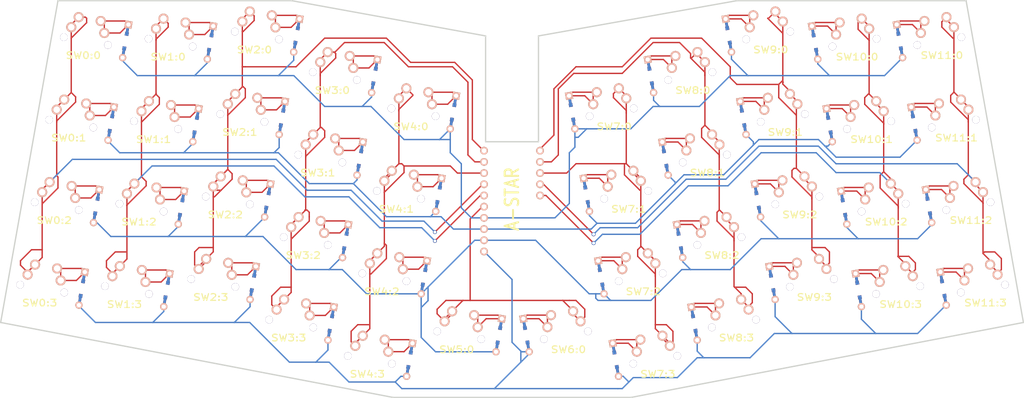
<source format=kicad_pcb>
(kicad_pcb (version 20221018) (generator pcbnew)
  (title_block (date "16 oct 2014"))
  (layers (0 "F.Cu" signal "Front") (31 "B.Cu" signal "Back") (34 "B.Paste" user) (35 "F.Paste" user) (36 "B.SilkS" user) (37 "F.SilkS" user) (38 "B.Mask" user) (39 "F.Mask" user) (44 "Edge.Cuts" user))
  (net 0 "")
  (net 1 "N-row-0")
  (net 2 "N-row-1")
  (net 3 "N-row-2")
  (net 4 "N-row-3")
  (net 5 "N-col-0")
  (net 6 "N-col-1")
  (net 7 "N-col-2")
  (net 8 "N-col-3")
  (net 9 "N-col-4")
  (net 10 "N-col-5")
  (net 11 "N-col-6")
  (net 12 "N-col-7")
  (net 13 "N-col-8")
  (net 14 "N-col-9")
  (net 15 "N-col-10")
  (net 16 "N-diode-0")
  (net 17 "N-diode-1")
  (net 18 "N-diode-2")
  (net 19 "N-diode-3")
  (net 20 "N-diode-4")
  (net 21 "N-diode-5")
  (net 22 "N-diode-6")
  (net 23 "N-diode-7")
  (net 24 "N-diode-8")
  (net 25 "N-diode-9")
  (net 26 "N-diode-10")
  (net 27 "N-diode-11")
  (net 28 "N-diode-12")
  (net 29 "N-diode-13")
  (net 30 "N-diode-14")
  (net 31 "N-diode-15")
  (net 32 "N-diode-16")
  (net 33 "N-diode-17")
  (net 34 "N-diode-18")
  (net 35 "N-diode-19")
  (net 36 "N-diode-20")
  (net 37 "N-diode-21")
  (net 38 "N-diode-22")
  (net 39 "N-diode-23")
  (net 40 "N-diode-24")
  (net 41 "N-diode-25")
  (net 42 "N-diode-26")
  (net 43 "N-diode-27")
  (net 44 "N-diode-28")
  (net 45 "N-diode-29")
  (net 46 "N-diode-30")
  (net 47 "N-diode-31")
  (net 48 "N-diode-32")
  (net 49 "N-diode-33")
  (net 50 "N-diode-34")
  (net 51 "N-diode-35")
  (net 52 "N-diode-36")
  (net 53 "N-diode-37")
  (net 54 "N-diode-38")
  (net 55 "N-diode-39")
  (net 56 "N-diode-40")
  (net 57 "N-diode-41")
  (footprint "A_STAR" (layer "F.Cu") (at 134 70 -90)
    (fp_text reference "")
    (fp_text value "A-STAR")
  )
  (footprint "MX_FLIP" (layer "F.Cu") (at 37.322162 31.177777 -10)
    (fp_text reference "SW0:0")
    (fp_text value "")
  )
  (footprint "DIODE" (layer "F.Cu") (at 46.322162 31.177777 80)
    (fp_text reference "D2:2" hide)
    (fp_text value "")
  )
  (footprint "MX_FLIP" (layer "F.Cu") (at 108.347291 66.040809 -10)
    (fp_text reference "SW4:1")
    (fp_text value "")
  )
  (footprint "MX_FLIP" (layer "F.Cu") (at 240.823299 87.305719 10)
    (fp_text reference "SW11:3")
    (fp_text value "")
  )
  (footprint "MX_FLIP" (layer "F.Cu") (at 56.554454 31.52267 -10)
    (fp_text reference "SW1:0")
    (fp_text value "")
  )
  (footprint "DIODE" (layer "F.Cu") (at 212.591007 87.650612 100)
    (fp_text reference "D2:2" hide)
    (fp_text value "")
  )
  (footprint "MX_FLIP" (layer "F.Cu") (at 93.8035 39.106108 -10)
    (fp_text reference "SW3:0")
    (fp_text value "")
  )
  (footprint "DIODE" (layer "F.Cu") (at 168.74333 57.811355 100)
    (fp_text reference "D2:2" hide)
    (fp_text value "")
  )
  (footprint "DIODE" (layer "F.Cu") (at 81.834727 48.609293 80)
    (fp_text reference "D2:2" hide)
    (fp_text value "")
  )
  (footprint "MX_FLIP" (layer "F.Cu") (at 174.444015 39.100008 10)
    (fp_text reference "SW8:0")
    (fp_text value "")
  )
  (footprint "MX_FLIP" (layer "F.Cu") (at 90.504185 57.817455 -10)
    (fp_text reference "SW3:1")
    (fp_text value "")
  )
  (footprint "DIODE" (layer "F.Cu") (at 150.900224 66.03471 100)
    (fp_text reference "D2:2" hide)
    (fp_text value "")
  )
  (footprint "MX_FLIP" (layer "F.Cu") (at 146.224674 97.89345 10)
    (fp_text reference "SW6:0")
    (fp_text value "")
  )
  (footprint "DIODE" (layer "F.Cu") (at 154.199539 84.746057 100)
    (fp_text reference "D2:2" hide)
    (fp_text value "")
  )
  (footprint "MX_FLIP" (layer "F.Cu") (at 27.424216 87.311819 -10)
    (fp_text reference "SW0:3")
    (fp_text value "")
  )
  (footprint "DIODE" (layer "F.Cu") (at 205.992377 50.227917 100)
    (fp_text reference "D2:2" hide)
    (fp_text value "")
  )
  (footprint "MX_FLIP" (layer "F.Cu") (at 221.591007 87.650612 10)
    (fp_text reference "SW10:3")
    (fp_text value "")
  )
  (footprint "DIODE" (layer "F.Cu") (at 189.712104 67.314541 100)
    (fp_text reference "D2:2" hide)
    (fp_text value "")
  )
  (footprint "MX_FLIP" (layer "F.Cu") (at 72.834727 48.609293 -10)
    (fp_text reference "SW2:1")
    (fp_text value "")
  )
  (footprint "MX_FLIP" (layer "F.Cu") (at 69.535411 67.320641 -10)
    (fp_text reference "SW2:2")
    (fp_text value "")
  )
  (footprint "DIODE" (layer "F.Cu") (at 147.600908 47.323362 100)
    (fp_text reference "D2:2" hide)
    (fp_text value "")
  )
  (footprint "MX_FLIP" (layer "F.Cu") (at 34.022847 49.889125 -10)
    (fp_text reference "SW0:1")
    (fp_text value "")
  )
  (footprint "MX_FLIP" (layer "F.Cu") (at 156.600908 47.323362 10)
    (fp_text reference "SW7:0")
    (fp_text value "")
  )
  (footprint "DIODE" (layer "F.Cu") (at 137.224674 97.89345 100)
    (fp_text reference "D2:2" hide)
    (fp_text value "")
  )
  (footprint "DIODE" (layer "F.Cu") (at 99.504185 57.817455 80)
    (fp_text reference "D2:2" hide)
    (fp_text value "")
  )
  (footprint "DIODE" (layer "F.Cu") (at 172.042646 76.522703 100)
    (fp_text reference "D2:2" hide)
    (fp_text value "")
  )
  (footprint "MX_FLIP" (layer "F.Cu") (at 163.199539 84.746057 10)
    (fp_text reference "SW7:2")
    (fp_text value "")
  )
  (footprint "MX_FLIP" (layer "F.Cu") (at 166.498855 103.457404 10)
    (fp_text reference "SW7:3")
    (fp_text value "")
  )
  (footprint "MX_FLIP" (layer "F.Cu") (at 218.291692 68.939264 10)
    (fp_text reference "SW10:2")
    (fp_text value "")
  )
  (footprint "DIODE" (layer "F.Cu") (at 114.047976 84.752157 80)
    (fp_text reference "D2:2" hide)
    (fp_text value "")
  )
  (footprint "DIODE" (layer "F.Cu") (at 175.341961 95.23405 100)
    (fp_text reference "D2:2" hide)
    (fp_text value "")
  )
  (footprint "DIODE" (layer "F.Cu") (at 225.224668 49.883025 100)
    (fp_text reference "D2:2" hide)
    (fp_text value "")
  )
  (footprint "MX_FLIP" (layer "F.Cu") (at 111.646607 47.329462 -10)
    (fp_text reference "SW4:0")
    (fp_text value "")
  )
  (footprint "MX_FLIP" (layer "F.Cu") (at 76.134042 29.897946 -10)
    (fp_text reference "SW2:0")
    (fp_text value "")
  )
  (footprint "MX_FLIP" (layer "F.Cu") (at 211.693061 31.51657 10)
    (fp_text reference "SW10:0")
    (fp_text value "")
  )
  (footprint "DIODE" (layer "F.Cu") (at 228.523984 68.594372 100)
    (fp_text reference "D2:2" hide)
    (fp_text value "")
  )
  (footprint "MX_FLIP" (layer "F.Cu") (at 46.656508 87.656711 -10)
    (fp_text reference "SW1:3")
    (fp_text value "")
  )
  (footprint "DIODE" (layer "F.Cu") (at 75.236096 86.031988 80)
    (fp_text reference "D2:2" hide)
    (fp_text value "")
  )
  (footprint "DIODE" (layer "F.Cu") (at 62.255138 50.234017 80)
    (fp_text reference "D2:2" hide)
    (fp_text value "")
  )
  (footprint "MX_FLIP" (layer "F.Cu") (at 198.712104 67.314541 10)
    (fp_text reference "SW9:2")
    (fp_text value "")
  )
  (footprint "DIODE" (layer "F.Cu") (at 165.444015 39.100008 100)
    (fp_text reference "D2:2" hide)
    (fp_text value "")
  )
  (footprint "DIODE" (layer "F.Cu") (at 65.554454 31.52267 80)
    (fp_text reference "D2:2" hide)
    (fp_text value "")
  )
  (footprint "MX_FLIP" (layer "F.Cu") (at 159.900224 66.03471 10)
    (fp_text reference "SW7:1")
    (fp_text value "")
  )
  (footprint "DIODE" (layer "F.Cu") (at 85.134042 29.897946 80)
    (fp_text reference "D2:2" hide)
    (fp_text value "")
  )
  (footprint "MX_FLIP" (layer "F.Cu") (at 30.723531 68.600472 -10)
    (fp_text reference "SW0:2")
    (fp_text value "")
  )
  (footprint "DIODE" (layer "F.Cu") (at 58.955823 68.945364 80)
    (fp_text reference "D2:2" hide)
    (fp_text value "")
  )
  (footprint "MX_FLIP" (layer "F.Cu") (at 184.341961 95.23405 10)
    (fp_text reference "SW8:3")
    (fp_text value "")
  )
  (footprint "DIODE" (layer "F.Cu") (at 131.022841 97.89955 80)
    (fp_text reference "D2:2" hide)
    (fp_text value "")
  )
  (footprint "DIODE" (layer "F.Cu") (at 36.424216 87.311819 80)
    (fp_text reference "D2:2" hide)
    (fp_text value "")
  )
  (footprint "MX_FLIP" (layer "F.Cu") (at 192.113473 29.891846 10)
    (fp_text reference "SW9:0")
    (fp_text value "")
  )
  (footprint "MX_FLIP" (layer "F.Cu") (at 230.925353 31.171678 10)
    (fp_text reference "SW11:0")
    (fp_text value "")
  )
  (footprint "MX_FLIP" (layer "F.Cu") (at 234.224668 49.883025 10)
    (fp_text reference "SW11:1")
    (fp_text value "")
  )
  (footprint "DIODE" (layer "F.Cu") (at 193.011419 86.025888 100)
    (fp_text reference "D2:2" hide)
    (fp_text value "")
  )
  (footprint "DIODE" (layer "F.Cu") (at 157.498855 103.457404 100)
    (fp_text reference "D2:2" hide)
    (fp_text value "")
  )
  (footprint "DIODE" (layer "F.Cu") (at 120.646607 47.329462 80)
    (fp_text reference "D2:2" hide)
    (fp_text value "")
  )
  (footprint "MX_FLIP" (layer "F.Cu") (at 49.955823 68.945364 -10)
    (fp_text reference "SW1:2")
    (fp_text value "")
  )
  (footprint "DIODE" (layer "F.Cu") (at 55.656508 87.656711 80)
    (fp_text reference "D2:2" hide)
    (fp_text value "")
  )
  (footprint "DIODE" (layer "F.Cu") (at 39.723531 68.600472 80)
    (fp_text reference "D2:2" hide)
    (fp_text value "")
  )
  (footprint "DIODE" (layer "F.Cu") (at 117.347291 66.040809 80)
    (fp_text reference "D2:2" hide)
    (fp_text value "")
  )
  (footprint "DIODE" (layer "F.Cu") (at 102.8035 39.106108 80)
    (fp_text reference "D2:2" hide)
    (fp_text value "")
  )
  (footprint "DIODE" (layer "F.Cu") (at 186.412788 48.603194 100)
    (fp_text reference "D2:2" hide)
    (fp_text value "")
  )
  (footprint "DIODE" (layer "F.Cu") (at 183.113473 29.891846 100)
    (fp_text reference "D2:2" hide)
    (fp_text value "")
  )
  (footprint "DIODE" (layer "F.Cu") (at 231.823299 87.305719 100)
    (fp_text reference "D2:2" hide)
    (fp_text value "")
  )
  (footprint "DIODE" (layer "F.Cu") (at 110.74866 103.463504 80)
    (fp_text reference "D2:2" hide)
    (fp_text value "")
  )
  (footprint "DIODE" (layer "F.Cu") (at 202.693061 31.51657 100)
    (fp_text reference "D2:2" hide)
    (fp_text value "")
  )
  (footprint "MX_FLIP" (layer "F.Cu") (at 181.042646 76.522703 10)
    (fp_text reference "SW8:2")
    (fp_text value "")
  )
  (footprint "MX_FLIP" (layer "F.Cu") (at 195.412788 48.603194 10)
    (fp_text reference "SW9:1")
    (fp_text value "")
  )
  (footprint "DIODE" (layer "F.Cu") (at 78.535411 67.320641 80)
    (fp_text reference "D2:2" hide)
    (fp_text value "")
  )
  (footprint "DIODE" (layer "F.Cu") (at 92.905554 95.24015 80)
    (fp_text reference "D2:2" hide)
    (fp_text value "")
  )
  (footprint "DIODE" (layer "F.Cu") (at 209.291692 68.939264 100)
    (fp_text reference "D2:2" hide)
    (fp_text value "")
  )
  (footprint "DIODE" (layer "F.Cu") (at 221.925353 31.171678 100)
    (fp_text reference "D2:2" hide)
    (fp_text value "")
  )
  (footprint "MX_FLIP" (layer "F.Cu") (at 202.011419 86.025888 10)
    (fp_text reference "SW9:3")
    (fp_text value "")
  )
  (footprint "MX_FLIP" (layer "F.Cu") (at 83.905554 95.24015 -10)
    (fp_text reference "SW3:3")
    (fp_text value "")
  )
  (footprint "MX_FLIP" (layer "F.Cu") (at 214.992377 50.227917 10)
    (fp_text reference "SW10:1")
    (fp_text value "")
  )
  (footprint "MX_FLIP" (layer "F.Cu") (at 53.255138 50.234017 -10)
    (fp_text reference "SW1:1")
    (fp_text value "")
  )
  (footprint "MX_FLIP" (layer "F.Cu") (at 177.74333 57.811355 10)
    (fp_text reference "SW8:1")
    (fp_text value "")
  )
  (footprint "MX_FLIP" (layer "F.Cu") (at 105.047976 84.752157 -10)
    (fp_text reference "SW4:2")
    (fp_text value "")
  )
  (footprint "MX_FLIP" (layer "F.Cu") (at 87.204869 76.528803 -10)
    (fp_text reference "SW3:2")
    (fp_text value "")
  )
  (footprint "MX_FLIP" (layer "F.Cu") (at 66.236096 86.031988 -10)
    (fp_text reference "SW2:3")
    (fp_text value "")
  )
  (footprint "MX_FLIP" (layer "F.Cu") (at 101.74866 103.463504 -10)
    (fp_text reference "SW4:3")
    (fp_text value "")
  )
  (footprint "MX_FLIP" (layer "F.Cu") (at 122.022841 97.89955 -10)
    (fp_text reference "SW5:0")
    (fp_text value "")
  )
  (footprint "MX_FLIP" (layer "F.Cu") (at 237.523984 68.594372 10)
    (fp_text reference "SW11:2")
    (fp_text value "")
  )
  (footprint "DIODE" (layer "F.Cu") (at 96.204869 76.528803 80)
    (fp_text reference "D2:2" hide)
    (fp_text value "")
  )
  (footprint "DIODE" (layer "F.Cu") (at 43.022847 49.889125 80)
    (fp_text reference "D2:2" hide)
    (fp_text value "")
  )
  (gr_line (start 140 54) (end 140 30) (stroke (width 0.3)) (layer "Edge.Cuts"))
  (gr_line (start 128 30) (end 128 54) (stroke (width 0.3)) (layer "Edge.Cuts"))
  (gr_line (start 250 95) (end 161 112) (stroke (width 0.3)) (layer "Edge.Cuts"))
  (gr_line (start 237 22) (end 250 95) (stroke (width 0.3)) (layer "Edge.Cuts"))
  (gr_line (start 107 112) (end 18 95) (stroke (width 0.3)) (layer "Edge.Cuts"))
  (gr_line (start 161 112) (end 107 112) (stroke (width 0.3)) (layer "Edge.Cuts"))
  (gr_line (start 140 30) (end 185 22) (stroke (width 0.3)) (layer "Edge.Cuts"))
  (gr_line (start 185 22) (end 237 22) (stroke (width 0.3)) (layer "Edge.Cuts"))
  (gr_line (start 31 22) (end 84 22) (stroke (width 0.3)) (layer "Edge.Cuts"))
  (gr_line (start 128 54) (end 140 54) (stroke (width 0.3)) (layer "Edge.Cuts"))
  (gr_line (start 18 95) (end 31 22) (stroke (width 0.3)) (layer "Edge.Cuts"))
  (gr_line (start 84 22) (end 128 30) (stroke (width 0.3)) (layer "Edge.Cuts"))
  (segment (start 45.660562 35.660562) (end 49 39) (width 0.3) (layer "B.Cu") (net 1))
  (segment (start 49 39) (end 62 39) (width 0.3) (layer "B.Cu") (net 1))
  (segment (start 84.5 39) (end 91.5 46) (width 0.3) (layer "B.Cu") (net 1))
  (segment (start 91.5 46) (end 100 46) (width 0.3) (layer "B.Cu") (net 1))
  (segment (start 102 46) (end 109.5 53.5) (width 0.3) (layer "B.Cu") (net 1))
  (segment (start 109.5 53.5) (end 117.566587 53.5) (width 0.3) (layer "B.Cu") (net 1))
  (segment (start 117.566587 53.5) (end 119.985007 51.08158) (width 0.3) (layer "B.Cu") (net 1))
  (segment (start 102.1419 43.8581) (end 100 46) (width 0.3) (layer "B.Cu") (net 1))
  (segment (start 100 46) (end 102 46) (width 0.3) (layer "B.Cu") (net 1))
  (segment (start 84.472442 35.527558) (end 81 39) (width 0.3) (layer "B.Cu") (net 1))
  (segment (start 81 39) (end 84.5 39) (width 0.3) (layer "B.Cu") (net 1))
  (segment (start 64.892854 36.107146) (end 62 39) (width 0.3) (layer "B.Cu") (net 1))
  (segment (start 62 39) (end 81 39) (width 0.3) (layer "B.Cu") (net 1))
  (segment (start 222.576204 34.923796) (end 218.5 39) (width 0.3) (layer "B.Cu") (net 1))
  (segment (start 218.5 39) (end 206 39) (width 0.3) (layer "B.Cu") (net 1))
  (segment (start 183.5 39) (end 176.5 46) (width 0.3) (layer "B.Cu") (net 1))
  (segment (start 176.5 46) (end 167.5 46) (width 0.3) (layer "B.Cu") (net 1))
  (segment (start 166 46) (end 160.92452 51.07548) (width 0.3) (layer "B.Cu") (net 1))
  (segment (start 160.92452 51.07548) (end 148.262508 51.07548) (width 0.3) (layer "B.Cu") (net 1))
  (segment (start 166.105615 44.605615) (end 167.5 46) (width 0.3) (layer "B.Cu") (net 1))
  (segment (start 167.5 46) (end 166 46) (width 0.3) (layer "B.Cu") (net 1))
  (segment (start 183.775073 35.275073) (end 187.5 39) (width 0.3) (layer "B.Cu") (net 1))
  (segment (start 187.5 39) (end 183.5 39) (width 0.3) (layer "B.Cu") (net 1))
  (segment (start 203.354661 36.354661) (end 206 39) (width 0.3) (layer "B.Cu") (net 1))
  (segment (start 206 39) (end 187.5 39) (width 0.3) (layer "B.Cu") (net 1))
  (segment (start 119.985007 56.485007) (end 122.5 59) (width 0.3) (layer "B.Cu") (net 1))
  (segment (start 122.5 59) (end 122.5 69) (width 0.3) (layer "B.Cu") (net 1))
  (segment (start 122.5 69) (end 124.77 71.27) (width 0.3) (layer "B.Cu") (net 1))
  (segment (start 124.77 71.27) (end 127.65 71.27) (width 0.3) (layer "B.Cu") (net 1))
  (segment (start 148.262508 55.237492) (end 147 56.5) (width 0.3) (layer "B.Cu") (net 1))
  (segment (start 147 56.5) (end 147 68) (width 0.3) (layer "B.Cu") (net 1))
  (segment (start 147 68) (end 143.73 71.27) (width 0.3) (layer "B.Cu") (net 1))
  (segment (start 143.73 71.27) (end 127.65 71.27) (width 0.3) (layer "B.Cu") (net 1))
  (segment (start 119.985007 53.5) (end 120 53.5) (width 0.3) (layer "B.Cu") (net 1))
  (segment (start 120 53.5) (end 119.985007 53.5) (width 0.3) (layer "B.Cu") (net 1))
  (segment (start 149 53) (end 150.92452 51.07548) (width 0.3) (layer "B.Cu") (net 1))
  (segment (start 102.1419 42.858226) (end 102.1419 43.8581) (width 0.3) (layer "B.Cu") (net 1))
  (segment (start 64.892854 35.274788) (end 64.892854 36.107146) (width 0.3) (layer "B.Cu") (net 1))
  (segment (start 117.5 53.5) (end 119.985007 53.5) (width 0.3) (layer "B.Cu") (net 1))
  (segment (start 148.262508 53) (end 149 53) (width 0.3) (layer "B.Cu") (net 1))
  (segment (start 183.775073 33.643964) (end 183.775073 35.275073) (width 0.3) (layer "B.Cu") (net 1))
  (segment (start 84.472442 33.650064) (end 84.472442 35.527558) (width 0.3) (layer "B.Cu") (net 1))
  (segment (start 119.985007 51.08158) (end 119.985007 56.485007) (width 0.3) (layer "B.Cu") (net 1))
  (segment (start 148.262508 51.07548) (end 148.262508 55.237492) (width 0.3) (layer "B.Cu") (net 1))
  (segment (start 203.354661 35.268688) (end 203.354661 36.354661) (width 0.3) (layer "B.Cu") (net 1))
  (segment (start 222.586953 34.923796) (end 222.576204 34.923796) (width 0.3) (layer "B.Cu") (net 1))
  (segment (start 45.660562 34.929895) (end 45.660562 35.660562) (width 0.3) (layer "B.Cu") (net 1))
  (segment (start 166.105615 42.852126) (end 166.105615 44.605615) (width 0.3) (layer "B.Cu") (net 1))
  (segment (start 120.702764 73.81) (end 117.892764 71) (width 0.3) (layer "B.Cu") (net 2))
  (segment (start 117.892764 71) (end 115.478618 71) (width 0.3) (layer "B.Cu") (net 2))
  (segment (start 151.964996 73.81) (end 153.274996 72.5) (width 0.3) (layer "B.Cu") (net 2))
  (segment (start 162 72.5) (end 171 63.5) (width 0.3) (layer "B.Cu") (net 2))
  (segment (start 173 61.5) (end 182 61.5) (width 0.3) (layer "B.Cu") (net 2))
  (segment (start 182 61.5) (end 188.75 54.75) (width 0.3) (layer "B.Cu") (net 2))
  (segment (start 190 53.5) (end 203.5 53.5) (width 0.3) (layer "B.Cu") (net 2))
  (segment (start 203.5 53.5) (end 205 55) (width 0.3) (layer "B.Cu") (net 2))
  (segment (start 207.5 57.5) (end 222.021411 57.5) (width 0.3) (layer "B.Cu") (net 2))
  (segment (start 222.021411 57.5) (end 225.886268 53.635143) (width 0.3) (layer "B.Cu") (net 2))
  (segment (start 205 55) (end 207.5 57.5) (width 0.3) (layer "B.Cu") (net 2))
  (segment (start 205.634012 55) (end 206.653977 53.980035) (width 0.3) (layer "B.Cu") (net 2))
  (segment (start 188.75 54.75) (end 190 53.5) (width 0.3) (layer "B.Cu") (net 2))
  (segment (start 188.75 54.030924) (end 187.074388 52.355312) (width 0.3) (layer "B.Cu") (net 2))
  (segment (start 171 63.5) (end 173 61.5) (width 0.3) (layer "B.Cu") (net 2))
  (segment (start 171 63.158543) (end 169.40493 61.563473) (width 0.3) (layer "B.Cu") (net 2))
  (segment (start 151.561824 70.786828) (end 153.274996 72.5) (width 0.3) (layer "B.Cu") (net 2))
  (segment (start 42.361247 53.861247) (end 45 56.5) (width 0.3) (layer "B.Cu") (net 2))
  (segment (start 45 56.5) (end 59.5 56.5) (width 0.3) (layer "B.Cu") (net 2))
  (segment (start 81 56.5) (end 88 63.5) (width 0.3) (layer "B.Cu") (net 2))
  (segment (start 88 63.5) (end 98 63.5) (width 0.3) (layer "B.Cu") (net 2))
  (segment (start 98 63.5) (end 105.5 71) (width 0.3) (layer "B.Cu") (net 2))
  (segment (start 105.5 71) (end 115.478618 71) (width 0.3) (layer "B.Cu") (net 2))
  (segment (start 98.842585 62.657415) (end 98 63.5) (width 0.3) (layer "B.Cu") (net 2))
  (segment (start 81.173127 55.326873) (end 80 56.5) (width 0.3) (layer "B.Cu") (net 2))
  (segment (start 80 56.5) (end 81 56.5) (width 0.3) (layer "B.Cu") (net 2))
  (segment (start 61.593538 54.406462) (end 59.5 56.5) (width 0.3) (layer "B.Cu") (net 2))
  (segment (start 59.5 56.5) (end 80 56.5) (width 0.3) (layer "B.Cu") (net 2))
  (segment (start 127.65 73.81) (end 151.964996 73.81) (width 0.3) (layer "B.Cu") (net 2))
  (segment (start 205 55) (end 205.634012 55) (width 0.3) (layer "B.Cu") (net 2))
  (segment (start 151.561824 69.786828) (end 151.561824 70.786828) (width 0.3) (layer "B.Cu") (net 2))
  (segment (start 116.685691 69.792927) (end 115.478618 71) (width 0.3) (layer "B.Cu") (net 2))
  (segment (start 98.842585 61.569573) (end 98.842585 62.657415) (width 0.3) (layer "B.Cu") (net 2))
  (segment (start 61.593538 53.986135) (end 61.593538 54.406462) (width 0.3) (layer "B.Cu") (net 2))
  (segment (start 81.173127 52.361411) (end 81.173127 55.326873) (width 0.3) (layer "B.Cu") (net 2))
  (segment (start 171 63.5) (end 171 63.158543) (width 0.3) (layer "B.Cu") (net 2))
  (segment (start 42.361247 53.641243) (end 42.361247 53.861247) (width 0.3) (layer "B.Cu") (net 2))
  (segment (start 188.75 54.75) (end 188.75 54.030924) (width 0.3) (layer "B.Cu") (net 2))
  (segment (start 127.65 73.81) (end 120.702764 73.81) (width 0.3) (layer "B.Cu") (net 2))
  (segment (start 153.274996 72.5) (end 162 72.5) (width 0.3) (layer "B.Cu") (net 2))
  (segment (start 39.85259 72.35259) (end 43 75.5) (width 0.3) (layer "B.Cu") (net 3))
  (segment (start 43 75.5) (end 56 75.5) (width 0.3) (layer "B.Cu") (net 3))
  (segment (start 77.5 75.5) (end 85 83) (width 0.3) (layer "B.Cu") (net 3))
  (segment (start 85 83) (end 92.5 83) (width 0.3) (layer "B.Cu") (net 3))
  (segment (start 95.5 83) (end 101.004275 88.504275) (width 0.3) (layer "B.Cu") (net 3))
  (segment (start 101.004275 88.504275) (end 113.386376 88.504275) (width 0.3) (layer "B.Cu") (net 3))
  (segment (start 95.219079 80.280921) (end 92.5 83) (width 0.3) (layer "B.Cu") (net 3))
  (segment (start 92.5 83) (end 95.5 83) (width 0.3) (layer "B.Cu") (net 3))
  (segment (start 77.873811 71.126189) (end 73.5 75.5) (width 0.3) (layer "B.Cu") (net 3))
  (segment (start 73.5 75.5) (end 77.5 75.5) (width 0.3) (layer "B.Cu") (net 3))
  (segment (start 58.294223 73.205777) (end 56 75.5) (width 0.3) (layer "B.Cu") (net 3))
  (segment (start 56 75.5) (end 73.5 75.5) (width 0.3) (layer "B.Cu") (net 3))
  (segment (start 229.185584 72.814416) (end 226 76) (width 0.3) (layer "B.Cu") (net 3))
  (segment (start 226 76) (end 212.5 76) (width 0.3) (layer "B.Cu") (net 3))
  (segment (start 190.5 76) (end 183.5 83) (width 0.3) (layer "B.Cu") (net 3))
  (segment (start 183.5 83) (end 174.5 83) (width 0.3) (layer "B.Cu") (net 3))
  (segment (start 172.5 83) (end 165.5 90) (width 0.3) (layer "B.Cu") (net 3))
  (segment (start 165.5 90) (end 156.362964 90) (width 0.3) (layer "B.Cu") (net 3))
  (segment (start 156.362964 90) (end 154.861139 88.498175) (width 0.3) (layer "B.Cu") (net 3))
  (segment (start 209.953292 73.453292) (end 212.5 76) (width 0.3) (layer "B.Cu") (net 3))
  (segment (start 212.5 76) (end 194.5 76) (width 0.3) (layer "B.Cu") (net 3))
  (segment (start 190.373704 71.873704) (end 194.5 76) (width 0.3) (layer "B.Cu") (net 3))
  (segment (start 194.5 76) (end 190.5 76) (width 0.3) (layer "B.Cu") (net 3))
  (segment (start 172.704246 81.204246) (end 174.5 83) (width 0.3) (layer "B.Cu") (net 3))
  (segment (start 174.5 83) (end 172.5 83) (width 0.3) (layer "B.Cu") (net 3))
  (segment (start 113.386376 98.386376) (end 116.651668 101.651668) (width 0.3) (layer "B.Cu") (net 3))
  (segment (start 116.651668 101.651668) (end 130.361241 101.651668) (width 0.3) (layer "B.Cu") (net 3))
  (segment (start 125.540651 76.35) (end 114.945326 86.945325) (width 0.3) (layer "B.Cu") (net 3))
  (segment (start 139.35 76.35) (end 151.498175 88.498175) (width 0.3) (layer "B.Cu") (net 3))
  (segment (start 151.498175 88.498175) (end 153 88.498175) (width 0.3) (layer "B.Cu") (net 3))
  (segment (start 114.945326 86.945325) (end 113.386376 88.504275) (width 0.3) (layer "B.Cu") (net 3))
  (segment (start 114.945326 90.054674) (end 113.386376 91.613624) (width 0.3) (layer "B.Cu") (net 3))
  (segment (start 153 88.498175) (end 154.861139 88.498175) (width 0.3) (layer "B.Cu") (net 3))
  (segment (start 153 89.5) (end 153.5 90) (width 0.3) (layer "B.Cu") (net 3))
  (segment (start 153.5 90) (end 156.362964 90) (width 0.3) (layer "B.Cu") (net 3))
  (segment (start 153 88.498175) (end 153 89.5) (width 0.3) (layer "B.Cu") (net 3))
  (segment (start 172.704246 80.274821) (end 172.704246 81.204246) (width 0.3) (layer "B.Cu") (net 3))
  (segment (start 209.953292 72.691382) (end 209.953292 73.453292) (width 0.3) (layer "B.Cu") (net 3))
  (segment (start 127.65 76.35) (end 139.35 76.35) (width 0.3) (layer "B.Cu") (net 3))
  (segment (start 190.373704 71.066659) (end 190.373704 71.873704) (width 0.3) (layer "B.Cu") (net 3))
  (segment (start 58.294223 72.697482) (end 58.294223 73.205777) (width 0.3) (layer "B.Cu") (net 3))
  (segment (start 77.873811 71.072759) (end 77.873811 71.126189) (width 0.3) (layer "B.Cu") (net 3))
  (segment (start 127.65 76.35) (end 125.540651 76.35) (width 0.3) (layer "B.Cu") (net 3))
  (segment (start 39.061931 72.35259) (end 39.85259 72.35259) (width 0.3) (layer "B.Cu") (net 3))
  (segment (start 229.185584 72.34649) (end 229.185584 72.814416) (width 0.3) (layer "B.Cu") (net 3))
  (segment (start 113.386376 88.504275) (end 113.386376 98.386376) (width 0.3) (layer "B.Cu") (net 3))
  (segment (start 95.543269 80.280921) (end 95.219079 80.280921) (width 0.3) (layer "B.Cu") (net 3))
  (segment (start 114.945326 86.945325) (end 114.945326 90.054674) (width 0.3) (layer "B.Cu") (net 3))
  (segment (start 35.762616 91.262616) (end 39.5 95) (width 0.3) (layer "B.Cu") (net 4))
  (segment (start 39.5 95) (end 52.5 95) (width 0.3) (layer "B.Cu") (net 4))
  (segment (start 74.5 95) (end 83.5 104) (width 0.3) (layer "B.Cu") (net 4))
  (segment (start 83.5 104) (end 89.5 104) (width 0.3) (layer "B.Cu") (net 4))
  (segment (start 92.5 104) (end 97 108.5) (width 0.3) (layer "B.Cu") (net 4))
  (segment (start 97 108.5) (end 107.5 108.5) (width 0.3) (layer "B.Cu") (net 4))
  (segment (start 107.5 108.5) (end 109 110) (width 0.3) (layer "B.Cu") (net 4))
  (segment (start 109 110) (end 130 110) (width 0.3) (layer "B.Cu") (net 4))
  (segment (start 226 97.5) (end 232.442163 91.057837) (width 0.3) (layer "B.Cu") (net 4))
  (segment (start 226 97.5) (end 216.5 97.5) (width 0.3) (layer "B.Cu") (net 4))
  (segment (start 188 103) (end 177.5 103) (width 0.3) (layer "B.Cu") (net 4))
  (segment (start 176.5 103) (end 176 103) (width 0.3) (layer "B.Cu") (net 4))
  (segment (start 176 103) (end 171.5 107.5) (width 0.3) (layer "B.Cu") (net 4))
  (segment (start 171.5 107.5) (end 161.5 107.5) (width 0.3) (layer "B.Cu") (net 4))
  (segment (start 161.5 107.5) (end 160.5 108.5) (width 0.3) (layer "B.Cu") (net 4))
  (segment (start 159 110) (end 158 110) (width 0.3) (layer "B.Cu") (net 4))
  (segment (start 108.784378 107.215622) (end 107.5 108.5) (width 0.3) (layer "B.Cu") (net 4))
  (segment (start 137.886274 102.113726) (end 130 110) (width 0.3) (layer "B.Cu") (net 4))
  (segment (start 130 110) (end 158 110) (width 0.3) (layer "B.Cu") (net 4))
  (segment (start 159.209522 107.209522) (end 160.5 108.5) (width 0.3) (layer "B.Cu") (net 4))
  (segment (start 160.5 108.5) (end 159 110) (width 0.3) (layer "B.Cu") (net 4))
  (segment (start 176.003561 101.503561) (end 177.5 103) (width 0.3) (layer "B.Cu") (net 4))
  (segment (start 177.5 103) (end 176.5 103) (width 0.3) (layer "B.Cu") (net 4))
  (segment (start 213.252607 94.252607) (end 216.5 97.5) (width 0.3) (layer "B.Cu") (net 4))
  (segment (start 216.5 97.5) (end 197.5 97.5) (width 0.3) (layer "B.Cu") (net 4))
  (segment (start 54.994908 92.505092) (end 52.5 95) (width 0.3) (layer "B.Cu") (net 4))
  (segment (start 52.5 95) (end 71 95) (width 0.3) (layer "B.Cu") (net 4))
  (segment (start 74.574496 91.425504) (end 71 95) (width 0.3) (layer "B.Cu") (net 4))
  (segment (start 71 95) (end 74.5 95) (width 0.3) (layer "B.Cu") (net 4))
  (segment (start 92.243954 101.256046) (end 89.5 104) (width 0.3) (layer "B.Cu") (net 4))
  (segment (start 89.5 104) (end 92.5 104) (width 0.3) (layer "B.Cu") (net 4))
  (segment (start 193.673019 93.673019) (end 197.5 97.5) (width 0.3) (layer "B.Cu") (net 4))
  (segment (start 197.5 97.5) (end 193.5 97.5) (width 0.3) (layer "B.Cu") (net 4))
  (segment (start 136.145568 101.645568) (end 136 101.5) (width 0.3) (layer "B.Cu") (net 4))
  (segment (start 134 99.5) (end 134 85.24) (width 0.3) (layer "B.Cu") (net 4))
  (segment (start 134 85.24) (end 127.65 78.89) (width 0.3) (layer "B.Cu") (net 4))
  (segment (start 136 101.5) (end 134 99.5) (width 0.3) (layer "B.Cu") (net 4))
  (segment (start 35.762616 91.063937) (end 35.762616 91.262616) (width 0.3) (layer "B.Cu") (net 4))
  (segment (start 137.886274 101.645568) (end 137.886274 102.113726) (width 0.3) (layer "B.Cu") (net 4))
  (segment (start 193.5 97.5) (end 188 103) (width 0.3) (layer "B.Cu") (net 4))
  (segment (start 110.08706 107.215622) (end 108.784378 107.215622) (width 0.3) (layer "B.Cu") (net 4))
  (segment (start 74.574496 89.784106) (end 74.574496 91.425504) (width 0.3) (layer "B.Cu") (net 4))
  (segment (start 213.252607 91.40273) (end 213.252607 94.252607) (width 0.3) (layer "B.Cu") (net 4))
  (segment (start 136 101.5) (end 136 104) (width 0.3) (layer "B.Cu") (net 4))
  (segment (start 54.994908 91.408829) (end 54.994908 92.505092) (width 0.3) (layer "B.Cu") (net 4))
  (segment (start 232.484899 91.057837) (end 232.442163 91.057837) (width 0.3) (layer "B.Cu") (net 4))
  (segment (start 193.673019 89.778006) (end 193.673019 93.673019) (width 0.3) (layer "B.Cu") (net 4))
  (segment (start 176.003561 98.986168) (end 176.003561 101.503561) (width 0.3) (layer "B.Cu") (net 4))
  (segment (start 92.243954 98.992268) (end 92.243954 101.256046) (width 0.3) (layer "B.Cu") (net 4))
  (segment (start 137.886274 101.645568) (end 136.145568 101.645568) (width 0.3) (layer "B.Cu") (net 4))
  (segment (start 158.160455 107.209522) (end 159.209522 107.209522) (width 0.3) (layer "B.Cu") (net 4))
  (segment (start 24.113165 83.559701) (end 27.41248 80.260386) (width 0.3) (layer "F.Cu") (net 5))
  (segment (start 27.41248 80.260386) (end 27.41248 78.5) (width 0.3) (layer "F.Cu") (net 5))
  (segment (start 27.41248 64.848354) (end 30.711796 61.549038) (width 0.3) (layer "F.Cu") (net 5))
  (segment (start 30.711796 61.549038) (end 30.711796 61) (width 0.3) (layer "F.Cu") (net 5))
  (segment (start 30.711796 46.137007) (end 34.011111 42.837692) (width 0.3) (layer "F.Cu") (net 5))
  (segment (start 34.011111 42.837692) (end 34.011111 30.5) (width 0.3) (layer "F.Cu") (net 5))
  (segment (start 34.011111 27.425659) (end 35.702883 25.733887) (width 0.3) (layer "F.Cu") (net 5))
  (segment (start 24.113165 83.559701) (end 25.804937 81.867929) (width 0.3) (layer "F.Cu") (net 5))
  (segment (start 27.41248 64.848354) (end 29.104252 63.156582) (width 0.3) (layer "F.Cu") (net 5))
  (segment (start 30.711796 46.137007) (end 32.403568 44.445235) (width 0.3) (layer "F.Cu") (net 5))
  (segment (start 24.113165 83.613165) (end 22.5 82) (width 0.3) (layer "F.Cu") (net 5))
  (segment (start 22.5 82) (end 22.5 81) (width 0.3) (layer "F.Cu") (net 5))
  (segment (start 22.5 81) (end 25 78.5) (width 0.3) (layer "F.Cu") (net 5))
  (segment (start 25 78.5) (end 27.41248 78.5) (width 0.3) (layer "F.Cu") (net 5))
  (segment (start 27.41248 78.5) (end 27.41248 68.08752) (width 0.3) (layer "F.Cu") (net 5))
  (segment (start 30.711796 61) (end 30.711796 49.5) (width 0.3) (layer "F.Cu") (net 5))
  (segment (start 30.711796 61.711796) (end 31 62) (width 0.3) (layer "F.Cu") (net 5))
  (segment (start 31 62) (end 31 64.5) (width 0.3) (layer "F.Cu") (net 5))
  (segment (start 31 64.5) (end 27.41248 68.08752) (width 0.3) (layer "F.Cu") (net 5))
  (segment (start 27.41248 68.08752) (end 27.41248 64.848354) (width 0.3) (layer "F.Cu") (net 5))
  (segment (start 30.711796 49.5) (end 30.711796 46.137007) (width 0.3) (layer "F.Cu") (net 5))
  (segment (start 30.711796 49.288204) (end 35 45) (width 0.3) (layer "F.Cu") (net 5))
  (segment (start 35 45) (end 35 43.826581) (width 0.3) (layer "F.Cu") (net 5))
  (segment (start 35 43.826581) (end 34.011111 42.837692) (width 0.3) (layer "F.Cu") (net 5))
  (segment (start 34.011111 30.5) (end 34.011111 27.425659) (width 0.3) (layer "F.Cu") (net 5))
  (segment (start 34.011111 30.488889) (end 37.5 27) (width 0.3) (layer "F.Cu") (net 5))
  (segment (start 37.5 27) (end 37.5 26) (width 0.3) (layer "F.Cu") (net 5))
  (segment (start 37.5 26) (end 37.233887 25.733887) (width 0.3) (layer "F.Cu") (net 5))
  (segment (start 37.233887 25.733887) (end 35.702883 25.733887) (width 0.3) (layer "F.Cu") (net 5))
  (segment (start 127.35 63.65) (end 116.5 74.5) (width 0.3) (layer "F.Cu") (net 5))
  (segment (start 24.113165 84.148808) (end 24.113165 83.613165) (width 0.3) (layer "F.Cu") (net 5))
  (segment (start 30.711796 46.726114) (end 30.711796 46.137007) (width 0.3) (layer "F.Cu") (net 5))
  (segment (start 24.113165 84.148808) (end 24.113165 83.559701) (width 0.3) (layer "F.Cu") (net 5))
  (segment (start 30.711796 49.5) (end 30.711796 49.288204) (width 0.3) (layer "F.Cu") (net 5))
  (segment (start 34.011111 30.5) (end 34.011111 30.488889) (width 0.3) (layer "F.Cu") (net 5))
  (segment (start 127.65 63.65) (end 127.35 63.65) (width 0.3) (layer "F.Cu") (net 5))
  (segment (start 27.41248 65.437461) (end 27.41248 64.848354) (width 0.3) (layer "F.Cu") (net 5))
  (segment (start 30.711796 61) (end 30.711796 61.711796) (width 0.3) (layer "F.Cu") (net 5))
  (via (at 116.5 74.5) (size 0.889) (drill 0.635) (layers "F.Cu" "B.Cu") (net 5))
  (segment (start 116.5 74.5) (end 114 72) (width 0.3) (layer "B.Cu") (net 5))
  (segment (start 114 72) (end 104.5 72) (width 0.3) (layer "B.Cu") (net 5))
  (segment (start 104.5 72) (end 97.5 65) (width 0.3) (layer "B.Cu") (net 5))
  (segment (start 97.5 65) (end 87.5 65) (width 0.3) (layer "B.Cu") (net 5))
  (segment (start 87.5 65) (end 80.5 58) (width 0.3) (layer "B.Cu") (net 5))
  (segment (start 80.5 58) (end 34.260834 58) (width 0.3) (layer "B.Cu") (net 5))
  (segment (start 34.260834 58) (end 29.104252 63.156582) (width 0.3) (layer "B.Cu") (net 5))
  (segment (start 43.345457 83.904593) (end 46.644772 80.605278) (width 0.3) (layer "F.Cu") (net 6))
  (segment (start 46.644772 80.605278) (end 46.644772 68.5) (width 0.3) (layer "F.Cu") (net 6))
  (segment (start 46.644772 65.193246) (end 49.944087 61.893931) (width 0.3) (layer "F.Cu") (net 6))
  (segment (start 49.944087 61.893931) (end 49.944087 49.555913) (width 0.3) (layer "F.Cu") (net 6))
  (segment (start 49.944087 46.481899) (end 53.243403 43.182583) (width 0.3) (layer "F.Cu") (net 6))
  (segment (start 53.243403 43.182583) (end 53.243403 43) (width 0.3) (layer "F.Cu") (net 6))
  (segment (start 53.243403 27.770552) (end 54.935175 26.07878) (width 0.3) (layer "F.Cu") (net 6))
  (segment (start 49.944087 46.481899) (end 51.635859 44.790127) (width 0.3) (layer "F.Cu") (net 6))
  (segment (start 46.644772 65.193246) (end 48.336544 63.501474) (width 0.3) (layer "F.Cu") (net 6))
  (segment (start 43.345457 83.904593) (end 45.037229 82.212821) (width 0.3) (layer "F.Cu") (net 6))
  (segment (start 43.345457 83.845457) (end 42 82.5) (width 0.3) (layer "F.Cu") (net 6))
  (segment (start 42 82.5) (end 42 81) (width 0.3) (layer "F.Cu") (net 6))
  (segment (start 42 81) (end 44 79) (width 0.3) (layer "F.Cu") (net 6))
  (segment (start 44 79) (end 46.5 79) (width 0.3) (layer "F.Cu") (net 6))
  (segment (start 46.644772 68.5) (end 46.644772 65.193246) (width 0.3) (layer "F.Cu") (net 6))
  (segment (start 46.644772 68.355228) (end 51 64) (width 0.3) (layer "F.Cu") (net 6))
  (segment (start 51 64) (end 51 63) (width 0.3) (layer "F.Cu") (net 6))
  (segment (start 51 63) (end 50 62) (width 0.3) (layer "F.Cu") (net 6))
  (segment (start 53.243403 43) (end 53.243403 31) (width 0.3) (layer "F.Cu") (net 6))
  (segment (start 53.243403 43.243403) (end 54 44) (width 0.3) (layer "F.Cu") (net 6))
  (segment (start 54 44) (end 54 45.5) (width 0.3) (layer "F.Cu") (net 6))
  (segment (start 54 45.5) (end 49.944087 49.555913) (width 0.3) (layer "F.Cu") (net 6))
  (segment (start 49.944087 49.555913) (end 49.944087 46.481899) (width 0.3) (layer "F.Cu") (net 6))
  (segment (start 53.243403 31) (end 53.243403 27.770552) (width 0.3) (layer "F.Cu") (net 6))
  (segment (start 53.243403 30.756597) (end 56 28) (width 0.3) (layer "F.Cu") (net 6))
  (segment (start 56 28) (end 56 27.143605) (width 0.3) (layer "F.Cu") (net 6))
  (segment (start 56 27.143605) (end 54.935175 26.07878) (width 0.3) (layer "F.Cu") (net 6))
  (segment (start 126.81 66.19) (end 116.5 76.5) (width 0.3) (layer "F.Cu") (net 6))
  (segment (start 49.944087 47.071006) (end 49.944087 46.481899) (width 0.3) (layer "F.Cu") (net 6))
  (segment (start 53.243403 43) (end 53.243403 43.243403) (width 0.3) (layer "F.Cu") (net 6))
  (segment (start 43.345457 84.4937) (end 43.345457 83.904593) (width 0.3) (layer "F.Cu") (net 6))
  (segment (start 43.345457 84.4937) (end 43.345457 83.845457) (width 0.3) (layer "F.Cu") (net 6))
  (segment (start 46.644772 68.5) (end 46.644772 68.355228) (width 0.3) (layer "F.Cu") (net 6))
  (segment (start 46.644772 65.782353) (end 46.644772 65.193246) (width 0.3) (layer "F.Cu") (net 6))
  (segment (start 53.243403 31) (end 53.243403 30.756597) (width 0.3) (layer "F.Cu") (net 6))
  (segment (start 127.65 66.19) (end 126.81 66.19) (width 0.3) (layer "F.Cu") (net 6))
  (via (at 116.5 76.5) (size 0.889) (drill 0.635) (layers "F.Cu" "B.Cu") (net 6))
  (segment (start 116.5 76.5) (end 113.5 73.5) (width 0.3) (layer "B.Cu") (net 6))
  (segment (start 113.5 73.5) (end 104 73.5) (width 0.3) (layer "B.Cu") (net 6))
  (segment (start 104 73.5) (end 97 66.5) (width 0.3) (layer "B.Cu") (net 6))
  (segment (start 97 66.5) (end 87 66.5) (width 0.3) (layer "B.Cu") (net 6))
  (segment (start 87 66.5) (end 80 59.5) (width 0.3) (layer "B.Cu") (net 6))
  (segment (start 80 59.5) (end 52.338018 59.5) (width 0.3) (layer "B.Cu") (net 6))
  (segment (start 52.338018 59.5) (end 48.336544 63.501474) (width 0.3) (layer "B.Cu") (net 6))
  (segment (start 62.925045 82.27987) (end 66.22436 78.980555) (width 0.3) (layer "F.Cu") (net 7))
  (segment (start 66.22436 78.980555) (end 66.22436 78) (width 0.3) (layer "F.Cu") (net 7))
  (segment (start 66.22436 63.568523) (end 69.523676 60.269207) (width 0.3) (layer "F.Cu") (net 7))
  (segment (start 69.523676 60.269207) (end 69.523676 48) (width 0.3) (layer "F.Cu") (net 7))
  (segment (start 69.523676 44.857175) (end 72.822991 41.55786) (width 0.3) (layer "F.Cu") (net 7))
  (segment (start 72.822991 41.55786) (end 72.822991 41.5) (width 0.3) (layer "F.Cu") (net 7))
  (segment (start 72.822991 26.145828) (end 74.514763 24.454056) (width 0.3) (layer "F.Cu") (net 7))
  (segment (start 64.616817 81.177205) (end 62.925045 82.868977) (width 0.3) (layer "F.Cu") (net 7))
  (segment (start 66.22436 63.568523) (end 67.916132 61.876751) (width 0.3) (layer "F.Cu") (net 7))
  (segment (start 69.523676 44.857175) (end 71.215448 43.165403) (width 0.3) (layer "F.Cu") (net 7))
  (segment (start 66.22436 78) (end 66.22436 66.5) (width 0.3) (layer "F.Cu") (net 7))
  (segment (start 63 78) (end 62 79) (width 0.3) (layer "F.Cu") (net 7))
  (segment (start 62 79) (end 62 81.943932) (width 0.3) (layer "F.Cu") (net 7))
  (segment (start 62 81.943932) (end 62.925045 82.868977) (width 0.3) (layer "F.Cu") (net 7))
  (segment (start 66.22436 66.5) (end 66.22436 63.568523) (width 0.3) (layer "F.Cu") (net 7))
  (segment (start 66.5 66.5) (end 70.5 62.5) (width 0.3) (layer "F.Cu") (net 7))
  (segment (start 70.5 62.5) (end 70.5 61.245531) (width 0.3) (layer "F.Cu") (net 7))
  (segment (start 70.5 61.245531) (end 69.523676 60.269207) (width 0.3) (layer "F.Cu") (net 7))
  (segment (start 69.523676 48) (end 69.523676 44.857175) (width 0.3) (layer "F.Cu") (net 7))
  (segment (start 69.523676 47.976324) (end 73.5 44) (width 0.3) (layer "F.Cu") (net 7))
  (segment (start 73 41.5) (end 73.5 42) (width 0.3) (layer "F.Cu") (net 7))
  (segment (start 73.5 42) (end 73.5 44) (width 0.3) (layer "F.Cu") (net 7))
  (segment (start 72.822991 29) (end 72.822991 26.145828) (width 0.3) (layer "F.Cu") (net 7))
  (segment (start 73 29) (end 75.5 26.5) (width 0.3) (layer "F.Cu") (net 7))
  (segment (start 75.5 26.5) (end 75.5 25.439293) (width 0.3) (layer "F.Cu") (net 7))
  (segment (start 75.5 25.439293) (end 74.514763 24.454056) (width 0.3) (layer "F.Cu") (net 7))
  (segment (start 125 53.5) (end 127.53 56.03) (width 0.3) (layer "F.Cu") (net 7))
  (segment (start 125 53.5) (end 125 40) (width 0.3) (layer "F.Cu") (net 7))
  (segment (start 125 40) (end 121 36) (width 0.3) (layer "F.Cu") (net 7))
  (segment (start 121 36) (end 111 36) (width 0.3) (layer "F.Cu") (net 7))
  (segment (start 111 36) (end 105.5 30.5) (width 0.3) (layer "F.Cu") (net 7))
  (segment (start 105.5 30.5) (end 91.5 30.5) (width 0.3) (layer "F.Cu") (net 7))
  (segment (start 91.5 30.5) (end 85 37) (width 0.3) (layer "F.Cu") (net 7))
  (segment (start 85 37) (end 73.5 37) (width 0.3) (layer "F.Cu") (net 7))
  (segment (start 69.420117 60.372766) (end 67.916132 61.876751) (width 0.3) (layer "F.Cu") (net 7))
  (segment (start 66.22436 63.568523) (end 67.916132 61.876751) (width 0.3) (layer "F.Cu") (net 7))
  (segment (start 67.06673 65) (end 66.22436 64.15763) (width 0.3) (layer "F.Cu") (net 7))
  (segment (start 72.822991 37) (end 73 37) (width 0.3) (layer "F.Cu") (net 7))
  (segment (start 73 37) (end 73.5 37) (width 0.3) (layer "F.Cu") (net 7))
  (segment (start 72.822991 37) (end 73 37) (width 0.3) (layer "F.Cu") (net 7))
  (segment (start 72.822991 41.55786) (end 72.822991 37) (width 0.3) (layer "F.Cu") (net 7))
  (segment (start 72.822991 29) (end 73 29) (width 0.3) (layer "F.Cu") (net 7))
  (segment (start 66.22436 78) (end 63 78) (width 0.3) (layer "F.Cu") (net 7))
  (segment (start 72.822991 29) (end 72.822991 37) (width 0.3) (layer "F.Cu") (net 7))
  (segment (start 67.916132 61.876751) (end 67.916132 62.465858) (width 0.3) (layer "F.Cu") (net 7))
  (segment (start 62.925045 82.868977) (end 62.925045 82.27987) (width 0.3) (layer "F.Cu") (net 7))
  (segment (start 66.22436 64.15763) (end 66.22436 63.568523) (width 0.3) (layer "F.Cu") (net 7))
  (segment (start 69.523676 47.976324) (end 69.523676 48) (width 0.3) (layer "F.Cu") (net 7))
  (segment (start 69.523676 45.446282) (end 69.523676 44.857175) (width 0.3) (layer "F.Cu") (net 7))
  (segment (start 69.627235 60.372766) (end 69.420117 60.372766) (width 0.3) (layer "F.Cu") (net 7))
  (segment (start 66.22436 66.5) (end 66.5 66.5) (width 0.3) (layer "F.Cu") (net 7))
  (segment (start 66.22436 64.15763) (end 66.22436 63.568523) (width 0.3) (layer "F.Cu") (net 7))
  (segment (start 72.822991 37) (end 73 37) (width 0.3) (layer "F.Cu") (net 7))
  (segment (start 64.616817 80.588098) (end 64.616817 81.177205) (width 0.3) (layer "F.Cu") (net 7))
  (segment (start 72.822991 41.5) (end 73 41.5) (width 0.3) (layer "F.Cu") (net 7))
  (segment (start 127.65 56.03) (end 127.53 56.03) (width 0.3) (layer "F.Cu") (net 7))
  (segment (start 68 65) (end 67.06673 65) (width 0.3) (layer "F.Cu") (net 7))
  (segment (start 62.925045 82.868977) (end 62.925045 82.425045) (width 0.3) (layer "F.Cu") (net 7))
  (segment (start 80.594503 91.488032) (end 83.893818 88.188717) (width 0.3) (layer "F.Cu") (net 8))
  (segment (start 83.893818 88.188717) (end 83.893818 87) (width 0.3) (layer "F.Cu") (net 8))
  (segment (start 83.893818 72.776685) (end 87.193134 69.477369) (width 0.3) (layer "F.Cu") (net 8))
  (segment (start 87.193134 69.477369) (end 87.193134 57.5) (width 0.3) (layer "F.Cu") (net 8))
  (segment (start 87.193134 54.065337) (end 90.492449 50.766022) (width 0.3) (layer "F.Cu") (net 8))
  (segment (start 90.492449 50.766022) (end 90.492449 39) (width 0.3) (layer "F.Cu") (net 8))
  (segment (start 90.492449 35.35399) (end 92.184221 33.662218) (width 0.3) (layer "F.Cu") (net 8))
  (segment (start 80.594503 91.488032) (end 82.286275 89.79626) (width 0.3) (layer "F.Cu") (net 8))
  (segment (start 87.193134 54.065337) (end 88.884906 52.373565) (width 0.3) (layer "F.Cu") (net 8))
  (segment (start 83.893818 72.776685) (end 85.58559 71.084913) (width 0.3) (layer "F.Cu") (net 8))
  (segment (start 83.893818 87) (end 83.893818 76) (width 0.3) (layer "F.Cu") (net 8))
  (segment (start 81.5 87) (end 79.5 89) (width 0.3) (layer "F.Cu") (net 8))
  (segment (start 79.5 89) (end 79.5 90.982636) (width 0.3) (layer "F.Cu") (net 8))
  (segment (start 79.5 90.982636) (end 80.594503 92.077139) (width 0.3) (layer "F.Cu") (net 8))
  (segment (start 83.893818 76) (end 83.893818 72.776685) (width 0.3) (layer "F.Cu") (net 8))
  (segment (start 84 76) (end 88 72) (width 0.3) (layer "F.Cu") (net 8))
  (segment (start 88 72) (end 88 71) (width 0.3) (layer "F.Cu") (net 8))
  (segment (start 88 71) (end 88 70) (width 0.3) (layer "F.Cu") (net 8))
  (segment (start 88 70) (end 87.5 69.5) (width 0.3) (layer "F.Cu") (net 8))
  (segment (start 87.5 69.5) (end 87 69.5) (width 0.3) (layer "F.Cu") (net 8))
  (segment (start 87.193134 57.5) (end 87.193134 54.065337) (width 0.3) (layer "F.Cu") (net 8))
  (segment (start 87.193134 57.306866) (end 91.5 53) (width 0.3) (layer "F.Cu") (net 8))
  (segment (start 91.5 53) (end 91.5 52.5) (width 0.3) (layer "F.Cu") (net 8))
  (segment (start 90.766022 50.766022) (end 91.5 51.5) (width 0.3) (layer "F.Cu") (net 8))
  (segment (start 91.5 51.5) (end 91.5 52.5) (width 0.3) (layer "F.Cu") (net 8))
  (segment (start 90.492449 39) (end 90.492449 35.35399) (width 0.3) (layer "F.Cu") (net 8))
  (segment (start 90.492449 38.507551) (end 94 35) (width 0.3) (layer "F.Cu") (net 8))
  (segment (start 94 35) (end 94 34) (width 0.3) (layer "F.Cu") (net 8))
  (segment (start 94 34) (end 93.662218 33.662218) (width 0.3) (layer "F.Cu") (net 8))
  (segment (start 93.662218 33.662218) (end 92.184221 33.662218) (width 0.3) (layer "F.Cu") (net 8))
  (segment (start 125.57 58.57) (end 124 57) (width 0.3) (layer "F.Cu") (net 8))
  (segment (start 124 57) (end 124 40.5) (width 0.3) (layer "F.Cu") (net 8))
  (segment (start 124 40.5) (end 120.5 37) (width 0.3) (layer "F.Cu") (net 8))
  (segment (start 120.5 37) (end 110.5 37) (width 0.3) (layer "F.Cu") (net 8))
  (segment (start 110.5 37) (end 105 31.5) (width 0.3) (layer "F.Cu") (net 8))
  (segment (start 105 31.5) (end 96 31.5) (width 0.3) (layer "F.Cu") (net 8))
  (segment (start 96 31.5) (end 93.75 33.75) (width 0.3) (layer "F.Cu") (net 8))
  (segment (start 93.75 33.75) (end 93.75 33.662218) (width 0.3) (layer "F.Cu") (net 8))
  (segment (start 83.893818 73.365792) (end 83.893818 72.776685) (width 0.3) (layer "F.Cu") (net 8))
  (segment (start 127.65 58.57) (end 125.57 58.57) (width 0.3) (layer "F.Cu") (net 8))
  (segment (start 83.893818 76) (end 84 76) (width 0.3) (layer "F.Cu") (net 8))
  (segment (start 90.492449 39) (end 90.492449 38.507551) (width 0.3) (layer "F.Cu") (net 8))
  (segment (start 87.193134 57.306866) (end 87.193134 57.5) (width 0.3) (layer "F.Cu") (net 8))
  (segment (start 90.492449 50.766022) (end 90.766022 50.766022) (width 0.3) (layer "F.Cu") (net 8))
  (segment (start 87.193134 54.654444) (end 87.193134 54.065337) (width 0.3) (layer "F.Cu") (net 8))
  (segment (start 83.893818 87) (end 81.5 87) (width 0.3) (layer "F.Cu") (net 8))
  (segment (start 80.594503 92.077139) (end 80.594503 91.488032) (width 0.3) (layer "F.Cu") (net 8))
  (segment (start 98.437609 99.711386) (end 101.736925 96.41207) (width 0.3) (layer "F.Cu") (net 9))
  (segment (start 101.736925 96.41207) (end 101.736925 95.5) (width 0.3) (layer "F.Cu") (net 9))
  (segment (start 101.736925 81.000039) (end 105.03624 77.700724) (width 0.3) (layer "F.Cu") (net 9))
  (segment (start 105.03624 77.700724) (end 105.03624 77.03624) (width 0.3) (layer "F.Cu") (net 9))
  (segment (start 105.03624 62.288691) (end 108.335556 58.989375) (width 0.3) (layer "F.Cu") (net 9))
  (segment (start 108.335556 58.989375) (end 108.335556 47) (width 0.3) (layer "F.Cu") (net 9))
  (segment (start 108.335556 43.577344) (end 110.027328 41.885572) (width 0.3) (layer "F.Cu") (net 9))
  (segment (start 98.437609 99.711386) (end 100.129381 98.019614) (width 0.3) (layer "F.Cu") (net 9))
  (segment (start 101.736925 81.000039) (end 103.428697 79.308267) (width 0.3) (layer "F.Cu") (net 9))
  (segment (start 106.728012 61.186026) (end 105.03624 62.877798) (width 0.3) (layer "F.Cu") (net 9))
  (segment (start 101.736925 95.5) (end 101.736925 84) (width 0.3) (layer "F.Cu") (net 9))
  (segment (start 99 95.5) (end 97.5 97) (width 0.3) (layer "F.Cu") (net 9))
  (segment (start 97.5 97) (end 97.5 99.362884) (width 0.3) (layer "F.Cu") (net 9))
  (segment (start 97.5 99.362884) (end 98.437609 100.300493) (width 0.3) (layer "F.Cu") (net 9))
  (segment (start 101.736925 84) (end 101.736925 81.000039) (width 0.3) (layer "F.Cu") (net 9))
  (segment (start 102 84) (end 105.5 80.5) (width 0.3) (layer "F.Cu") (net 9))
  (segment (start 105.5 80.5) (end 105.5 77.5) (width 0.3) (layer "F.Cu") (net 9))
  (segment (start 105.5 77.5) (end 105.03624 77.03624) (width 0.3) (layer "F.Cu") (net 9))
  (segment (start 105.03624 77.03624) (end 105.03624 65.5) (width 0.3) (layer "F.Cu") (net 9))
  (segment (start 105.03624 65.5) (end 105.03624 62.288691) (width 0.3) (layer "F.Cu") (net 9))
  (segment (start 105.03624 65.46376) (end 109.5 61) (width 0.3) (layer "F.Cu") (net 9))
  (segment (start 108.989375 58.989375) (end 109.5 59.5) (width 0.3) (layer "F.Cu") (net 9))
  (segment (start 109.5 59.5) (end 109.5 61) (width 0.3) (layer "F.Cu") (net 9))
  (segment (start 108.335556 47) (end 108.335556 43.577344) (width 0.3) (layer "F.Cu") (net 9))
  (segment (start 108.335556 46.664444) (end 111.5 43.5) (width 0.3) (layer "F.Cu") (net 9))
  (segment (start 111.5 43.5) (end 111.5 43.358244) (width 0.3) (layer "F.Cu") (net 9))
  (segment (start 111.5 43.358244) (end 110.027328 41.885572) (width 0.3) (layer "F.Cu") (net 9))
  (segment (start 121.61 61.11) (end 120 59.5) (width 0.3) (layer "F.Cu") (net 9))
  (segment (start 120 59.5) (end 109.5 59.5) (width 0.3) (layer "F.Cu") (net 9))
  (segment (start 127.65 61.11) (end 121.61 61.11) (width 0.3) (layer "F.Cu") (net 9))
  (segment (start 101.736925 81.589146) (end 101.736925 81.000039) (width 0.3) (layer "F.Cu") (net 9))
  (segment (start 101.736925 95.5) (end 99 95.5) (width 0.3) (layer "F.Cu") (net 9))
  (segment (start 106.728012 60.596919) (end 106.728012 61.186026) (width 0.3) (layer "F.Cu") (net 9))
  (segment (start 98.437609 100.300493) (end 98.437609 99.711386) (width 0.3) (layer "F.Cu") (net 9))
  (segment (start 105.03624 65.46376) (end 105.03624 65.5) (width 0.3) (layer "F.Cu") (net 9))
  (segment (start 108.335556 47) (end 108.335556 46.664444) (width 0.3) (layer "F.Cu") (net 9))
  (segment (start 108.335556 58.989375) (end 108.989375 58.989375) (width 0.3) (layer "F.Cu") (net 9))
  (segment (start 101.736925 84) (end 102 84) (width 0.3) (layer "F.Cu") (net 9))
  (segment (start 118.71179 94.147432) (end 122.859222 90) (width 0.3) (layer "F.Cu") (net 10))
  (segment (start 145.5 90) (end 147.843953 92.343953) (width 0.3) (layer "F.Cu") (net 10))
  (segment (start 147.843953 92.343953) (end 147.843953 93.038667) (width 0.3) (layer "F.Cu") (net 10))
  (segment (start 147.843953 93.038667) (end 149.535725 94.730439) (width 0.3) (layer "F.Cu") (net 10))
  (segment (start 148.5 90) (end 150.5 92) (width 0.3) (layer "F.Cu") (net 10))
  (segment (start 150.5 92) (end 150.5 93.766164) (width 0.3) (layer "F.Cu") (net 10))
  (segment (start 150.5 93.766164) (end 149.535725 94.730439) (width 0.3) (layer "F.Cu") (net 10))
  (segment (start 119 90) (end 117 92) (width 0.3) (layer "F.Cu") (net 10))
  (segment (start 117 92) (end 117 93.024749) (width 0.3) (layer "F.Cu") (net 10))
  (segment (start 117 93.024749) (end 118.71179 94.736539) (width 0.3) (layer "F.Cu") (net 10))
  (segment (start 147 90) (end 148.5 90) (width 0.3) (layer "F.Cu") (net 10))
  (segment (start 124.5 71.5) (end 127.27 68.73) (width 0.3) (layer "F.Cu") (net 10))
  (segment (start 124.5 71.5) (end 124.5 90) (width 0.3) (layer "F.Cu") (net 10))
  (segment (start 120.403562 93.044767) (end 118.71179 94.736539) (width 0.3) (layer "F.Cu") (net 10))
  (segment (start 120.403562 92.45566) (end 120.403562 93.044767) (width 0.3) (layer "F.Cu") (net 10))
  (segment (start 122.859222 90) (end 119 90) (width 0.3) (layer "F.Cu") (net 10))
  (segment (start 118.71179 94.736539) (end 118.71179 94.147432) (width 0.3) (layer "F.Cu") (net 10))
  (segment (start 122.859222 90) (end 124.5 90) (width 0.3) (layer "F.Cu") (net 10))
  (segment (start 124.5 90) (end 145.5 90) (width 0.3) (layer "F.Cu") (net 10))
  (segment (start 145.5 90) (end 147 90) (width 0.3) (layer "F.Cu") (net 10))
  (segment (start 127.65 68.73) (end 127.27 68.73) (width 0.3) (layer "F.Cu") (net 10))
  (segment (start 169.809906 99.705286) (end 166.51059 96.40597) (width 0.3) (layer "F.Cu") (net 11))
  (segment (start 166.51059 96.40597) (end 166.51059 95.5) (width 0.3) (layer "F.Cu") (net 11))
  (segment (start 166.51059 80.993939) (end 163.258326 77.741675) (width 0.3) (layer "F.Cu") (net 11))
  (segment (start 163.211275 77.694624) (end 163.211275 65) (width 0.3) (layer "F.Cu") (net 11))
  (segment (start 163.211275 62.282592) (end 159.911959 58.983276) (width 0.3) (layer "F.Cu") (net 11))
  (segment (start 159.911959 58.983276) (end 159.911959 47.5) (width 0.3) (layer "F.Cu") (net 11))
  (segment (start 159.911959 43.571244) (end 158.220187 41.879472) (width 0.3) (layer "F.Cu") (net 11))
  (segment (start 166.51059 95.5) (end 166.51059 84.5) (width 0.3) (layer "F.Cu") (net 11))
  (segment (start 169 95.5) (end 170.5 97) (width 0.3) (layer "F.Cu") (net 11))
  (segment (start 170.5 97) (end 170.5 99.604299) (width 0.3) (layer "F.Cu") (net 11))
  (segment (start 170.5 99.604299) (end 169.809906 100.294393) (width 0.3) (layer "F.Cu") (net 11))
  (segment (start 159.911959 47.5) (end 159.911959 43.571244) (width 0.3) (layer "F.Cu") (net 11))
  (segment (start 159.911959 46.911959) (end 157 44) (width 0.3) (layer "F.Cu") (net 11))
  (segment (start 157 44) (end 157 43.099659) (width 0.3) (layer "F.Cu") (net 11))
  (segment (start 157 43.099659) (end 158.220187 41.879472) (width 0.3) (layer "F.Cu") (net 11))
  (segment (start 163.211275 65) (end 163.211275 62.282592) (width 0.3) (layer "F.Cu") (net 11))
  (segment (start 163 65) (end 159.5 61.5) (width 0.3) (layer "F.Cu") (net 11))
  (segment (start 159.516724 58.983276) (end 159.5 59) (width 0.3) (layer "F.Cu") (net 11))
  (segment (start 159.5 59) (end 159.5 61.5) (width 0.3) (layer "F.Cu") (net 11))
  (segment (start 166.51059 84.5) (end 166.51059 80.993939) (width 0.3) (layer "F.Cu") (net 11))
  (segment (start 166.51059 84.01059) (end 162.5 80) (width 0.3) (layer "F.Cu") (net 11))
  (segment (start 162.5 80) (end 162.5 78.5) (width 0.3) (layer "F.Cu") (net 11))
  (segment (start 163.258326 77.741675) (end 163.211275 77.694624) (width 0.3) (layer "F.Cu") (net 11))
  (segment (start 163.258325 77.741675) (end 162.5 78.5) (width 0.3) (layer "F.Cu") (net 11))
  (segment (start 146.39 61.11) (end 148.516724 58.983276) (width 0.3) (layer "F.Cu") (net 11))
  (segment (start 148.516724 58.983276) (end 159.516724 58.983276) (width 0.3) (layer "F.Cu") (net 11))
  (segment (start 166.51059 80.993939) (end 164.818818 79.302167) (width 0.3) (layer "F.Cu") (net 11))
  (segment (start 168.118134 98.602621) (end 169.809906 100.294393) (width 0.3) (layer "F.Cu") (net 11))
  (segment (start 161.519503 61.179927) (end 163.211275 62.871699) (width 0.3) (layer "F.Cu") (net 11))
  (segment (start 163 65) (end 163.211275 65) (width 0.3) (layer "F.Cu") (net 11))
  (segment (start 163.258326 77.741675) (end 163.258325 77.741675) (width 0.3) (layer "F.Cu") (net 11))
  (segment (start 159.911959 58.983276) (end 159.516724 58.983276) (width 0.3) (layer "F.Cu") (net 11))
  (segment (start 140.35 61.11) (end 146.39 61.11) (width 0.3) (layer "F.Cu") (net 11))
  (segment (start 166.51059 95.5) (end 169 95.5) (width 0.3) (layer "F.Cu") (net 11))
  (segment (start 166.51059 81.583046) (end 166.51059 80.993939) (width 0.3) (layer "F.Cu") (net 11))
  (segment (start 168.118134 98.013514) (end 168.118134 98.602621) (width 0.3) (layer "F.Cu") (net 11))
  (segment (start 169.809906 100.294393) (end 169.809906 99.705286) (width 0.3) (layer "F.Cu") (net 11))
  (segment (start 166.51059 84.01059) (end 166.51059 84.5) (width 0.3) (layer "F.Cu") (net 11))
  (segment (start 161.519503 60.59082) (end 161.519503 61.179927) (width 0.3) (layer "F.Cu") (net 11))
  (segment (start 159.911959 47.5) (end 159.911959 46.911959) (width 0.3) (layer "F.Cu") (net 11))
  (segment (start 187.653012 91.481932) (end 185.96124 89.79016) (width 0.3) (layer "F.Cu") (net 12))
  (segment (start 185.96124 89.79016) (end 185.96124 88.46124) (width 0.3) (layer "F.Cu") (net 12))
  (segment (start 185.96124 88.46124) (end 184.5 87) (width 0.3) (layer "F.Cu") (net 12))
  (segment (start 184.353697 86.853697) (end 184.353697 76.5) (width 0.3) (layer "F.Cu") (net 12))
  (segment (start 184.353697 73.359692) (end 182.661925 71.66792) (width 0.3) (layer "F.Cu") (net 12))
  (segment (start 182.661925 71.66792) (end 182.661925 71.078813) (width 0.3) (layer "F.Cu") (net 12))
  (segment (start 182.661925 71.078813) (end 181 69.416888) (width 0.3) (layer "F.Cu") (net 12))
  (segment (start 181 69.416888) (end 181 69.458444) (width 0.3) (layer "F.Cu") (net 12))
  (segment (start 181 54.702725) (end 181.054381 54.648344) (width 0.3) (layer "F.Cu") (net 12))
  (segment (start 181.054381 54.648344) (end 181.054381 54.059237) (width 0.3) (layer "F.Cu") (net 12))
  (segment (start 181.054381 54.059237) (end 179.362609 52.367465) (width 0.3) (layer "F.Cu") (net 12))
  (segment (start 179.362609 52.367465) (end 179.362609 51.862609) (width 0.3) (layer "F.Cu") (net 12))
  (segment (start 179.362609 51.862609) (end 177.755066 50.255066) (width 0.3) (layer "F.Cu") (net 12))
  (segment (start 177.755066 50.255066) (end 177.755066 39) (width 0.3) (layer "F.Cu") (net 12))
  (segment (start 177.755066 35.936997) (end 176.063294 34.245225) (width 0.3) (layer "F.Cu") (net 12))
  (segment (start 176.063294 34.245225) (end 176.063294 33.656118) (width 0.3) (layer "F.Cu") (net 12))
  (segment (start 187.653012 91.346988) (end 188.5 90.5) (width 0.3) (layer "F.Cu") (net 12))
  (segment (start 188.5 90.5) (end 188.5 88.5) (width 0.3) (layer "F.Cu") (net 12))
  (segment (start 188.5 88.5) (end 187 87) (width 0.3) (layer "F.Cu") (net 12))
  (segment (start 187 87) (end 184.5 87) (width 0.3) (layer "F.Cu") (net 12))
  (segment (start 184.5 87) (end 184.353697 86.853697) (width 0.3) (layer "F.Cu") (net 12))
  (segment (start 177.755066 39) (end 177.755066 35.936997) (width 0.3) (layer "F.Cu") (net 12))
  (segment (start 177.755066 38.255066) (end 174.5 35) (width 0.3) (layer "F.Cu") (net 12))
  (segment (start 174.5 35) (end 174.719412 35) (width 0.3) (layer "F.Cu") (net 12))
  (segment (start 174.719412 35) (end 176.063294 33.656118) (width 0.3) (layer "F.Cu") (net 12))
  (segment (start 184.353697 76.5) (end 184.353697 73.359692) (width 0.3) (layer "F.Cu") (net 12))
  (segment (start 184.353697 75.853697) (end 180.5 72) (width 0.3) (layer "F.Cu") (net 12))
  (segment (start 180.5 72) (end 180.5 70) (width 0.3) (layer "F.Cu") (net 12))
  (segment (start 181 69.458444) (end 181 57.5) (width 0.3) (layer "F.Cu") (net 12))
  (segment (start 181 69.5) (end 180.5 70) (width 0.3) (layer "F.Cu") (net 12))
  (segment (start 181 57.5) (end 181 54.702725) (width 0.3) (layer "F.Cu") (net 12))
  (segment (start 181 57) (end 177 53) (width 0.3) (layer "F.Cu") (net 12))
  (segment (start 177 53) (end 177 51.010132) (width 0.3) (layer "F.Cu") (net 12))
  (segment (start 177 51.010132) (end 177.755066 50.255066) (width 0.3) (layer "F.Cu") (net 12))
  (segment (start 142.93 58.57) (end 144.5 57) (width 0.3) (layer "F.Cu") (net 12))
  (segment (start 144.5 57) (end 144.5 42) (width 0.3) (layer "F.Cu") (net 12))
  (segment (start 144.5 42) (end 148 38.5) (width 0.3) (layer "F.Cu") (net 12))
  (segment (start 148 38.5) (end 159 38.5) (width 0.3) (layer "F.Cu") (net 12))
  (segment (start 159 38.5) (end 161.5 36) (width 0.3) (layer "F.Cu") (net 12))
  (segment (start 161.5 36) (end 166 31.5) (width 0.3) (layer "F.Cu") (net 12))
  (segment (start 166 31.5) (end 172 31.5) (width 0.3) (layer "F.Cu") (net 12))
  (segment (start 172 31.5) (end 174.5 34) (width 0.3) (layer "F.Cu") (net 12))
  (segment (start 174.5 34) (end 174.5 35) (width 0.3) (layer "F.Cu") (net 12))
  (segment (start 187.653012 92.071039) (end 187.653012 91.346988) (width 0.3) (layer "F.Cu") (net 12))
  (segment (start 181 69.458444) (end 181 69.5) (width 0.3) (layer "F.Cu") (net 12))
  (segment (start 184.353697 75.853697) (end 184.353697 76.5) (width 0.3) (layer "F.Cu") (net 12))
  (segment (start 187.653012 92.071039) (end 187.653012 91.481932) (width 0.3) (layer "F.Cu") (net 12))
  (segment (start 177.755066 39) (end 177.755066 38.255066) (width 0.3) (layer "F.Cu") (net 12))
  (segment (start 140.35 58.57) (end 142.93 58.57) (width 0.3) (layer "F.Cu") (net 12))
  (segment (start 181 57.5) (end 181 57) (width 0.3) (layer "F.Cu") (net 12))
  (segment (start 205.32247 82.27377) (end 203.630698 80.581998) (width 0.3) (layer "F.Cu") (net 13))
  (segment (start 203.630698 80.581998) (end 203.630698 80.130698) (width 0.3) (layer "F.Cu") (net 13))
  (segment (start 203.630698 80.130698) (end 202.023155 78.523155) (width 0.3) (layer "F.Cu") (net 13))
  (segment (start 202.023155 78.523155) (end 202.023155 78) (width 0.3) (layer "F.Cu") (net 13))
  (segment (start 202.023155 64.15153) (end 200.331383 62.459758) (width 0.3) (layer "F.Cu") (net 13))
  (segment (start 200.331383 62.459758) (end 200.331383 61.870651) (width 0.3) (layer "F.Cu") (net 13))
  (segment (start 200.331383 61.870651) (end 198.5 60.039268) (width 0.3) (layer "F.Cu") (net 13))
  (segment (start 198.5 60.039268) (end 198.5 48) (width 0.3) (layer "F.Cu") (net 13))
  (segment (start 198.5 45.664022) (end 198.723839 45.440183) (width 0.3) (layer "F.Cu") (net 13))
  (segment (start 198.723839 45.440183) (end 198.723839 44.851076) (width 0.3) (layer "F.Cu") (net 13))
  (segment (start 198.723839 44.851076) (end 197.032067 43.159304) (width 0.3) (layer "F.Cu") (net 13))
  (segment (start 197.032067 43.159304) (end 197.032067 42.532067) (width 0.3) (layer "F.Cu") (net 13))
  (segment (start 197.032067 42.532067) (end 195.424524 40.924524) (width 0.3) (layer "F.Cu") (net 13))
  (segment (start 195.424524 40.924524) (end 195.424524 40.5) (width 0.3) (layer "F.Cu") (net 13))
  (segment (start 195.424524 26.728835) (end 193.732752 25.037063) (width 0.3) (layer "F.Cu") (net 13))
  (segment (start 193.732752 25.037063) (end 193.732752 24.447956) (width 0.3) (layer "F.Cu") (net 13))
  (segment (start 205.32247 82.17753) (end 206 81.5) (width 0.3) (layer "F.Cu") (net 13))
  (segment (start 206 81.5) (end 206 79) (width 0.3) (layer "F.Cu") (net 13))
  (segment (start 206 79) (end 205 78) (width 0.3) (layer "F.Cu") (net 13))
  (segment (start 205 78) (end 202.023155 78) (width 0.3) (layer "F.Cu") (net 13))
  (segment (start 202.023155 78) (end 202.023155 67) (width 0.3) (layer "F.Cu") (net 13))
  (segment (start 195.424524 29.5) (end 195.424524 26.728835) (width 0.3) (layer "F.Cu") (net 13))
  (segment (start 195.424524 29.424524) (end 192 26) (width 0.3) (layer "F.Cu") (net 13))
  (segment (start 192 26) (end 192.180708 26) (width 0.3) (layer "F.Cu") (net 13))
  (segment (start 192.180708 26) (end 193.732752 24.447956) (width 0.3) (layer "F.Cu") (net 13))
  (segment (start 202.023155 67) (end 202.023155 64.15153) (width 0.3) (layer "F.Cu") (net 13))
  (segment (start 202.023155 66.523155) (end 197.5 62) (width 0.3) (layer "F.Cu") (net 13))
  (segment (start 197.5 62) (end 197.5 60.5) (width 0.3) (layer "F.Cu") (net 13))
  (segment (start 197.960732 60.039268) (end 197.5 60.5) (width 0.3) (layer "F.Cu") (net 13))
  (segment (start 198.5 48) (end 198.5 45.664022) (width 0.3) (layer "F.Cu") (net 13))
  (segment (start 194.5 44) (end 194.5 41) (width 0.3) (layer "F.Cu") (net 13))
  (segment (start 194.5 41) (end 195.424524 40.075476) (width 0.3) (layer "F.Cu") (net 13))
  (segment (start 195.424524 40.075476) (end 195.424524 40.424524) (width 0.3) (layer "F.Cu") (net 13))
  (segment (start 195.424524 40.424524) (end 195.5 40.5) (width 0.3) (layer "F.Cu") (net 13))
  (segment (start 195.5 40.5) (end 195.424524 40.5) (width 0.3) (layer "F.Cu") (net 13))
  (segment (start 195.424524 40.5) (end 195.424524 29.5) (width 0.3) (layer "F.Cu") (net 13))
  (segment (start 140.35 55.65) (end 143.5 52.5) (width 0.3) (layer "F.Cu") (net 13))
  (segment (start 143.5 52.5) (end 143.5 42) (width 0.3) (layer "F.Cu") (net 13))
  (segment (start 143.5 42) (end 148.5 37) (width 0.3) (layer "F.Cu") (net 13))
  (segment (start 148.5 37) (end 159 37) (width 0.3) (layer "F.Cu") (net 13))
  (segment (start 159 37) (end 165.5 30.5) (width 0.3) (layer "F.Cu") (net 13))
  (segment (start 165.5 30.5) (end 177 30.5) (width 0.3) (layer "F.Cu") (net 13))
  (segment (start 177 30.5) (end 183.5 37) (width 0.3) (layer "F.Cu") (net 13))
  (segment (start 183.5 37) (end 183.5 39.5) (width 0.3) (layer "F.Cu") (net 13))
  (segment (start 183.5 39.5) (end 185 41) (width 0.3) (layer "F.Cu") (net 13))
  (segment (start 185 41) (end 194.5 41) (width 0.3) (layer "F.Cu") (net 13))
  (segment (start 205.32247 82.862877) (end 205.32247 82.17753) (width 0.3) (layer "F.Cu") (net 13))
  (segment (start 205.32247 82.862877) (end 205.32247 82.27377) (width 0.3) (layer "F.Cu") (net 13))
  (segment (start 198.5 48) (end 194.5 44) (width 0.3) (layer "F.Cu") (net 13))
  (segment (start 140.35 56.03) (end 140.35 55.65) (width 0.3) (layer "F.Cu") (net 13))
  (segment (start 202.023155 66.523155) (end 202.023155 67) (width 0.3) (layer "F.Cu") (net 13))
  (segment (start 198.5 60.039268) (end 197.960732 60.039268) (width 0.3) (layer "F.Cu") (net 13))
  (segment (start 195.424524 29.5) (end 195.424524 29.424524) (width 0.3) (layer "F.Cu") (net 13))
  (segment (start 224.902058 83.898494) (end 223.210286 82.206722) (width 0.3) (layer "F.Cu") (net 14))
  (segment (start 223.210286 82.206722) (end 223.210286 81.710286) (width 0.3) (layer "F.Cu") (net 14))
  (segment (start 223.210286 81.710286) (end 221.602743 80.102743) (width 0.3) (layer "F.Cu") (net 14))
  (segment (start 221.602743 80.102743) (end 221.602743 69) (width 0.3) (layer "F.Cu") (net 14))
  (segment (start 221.602743 65.187146) (end 219.910971 63.495374) (width 0.3) (layer "F.Cu") (net 14))
  (segment (start 219.910971 63.495374) (end 219.910971 62.410971) (width 0.3) (layer "F.Cu") (net 14))
  (segment (start 219.910971 62.410971) (end 218.303428 60.803428) (width 0.3) (layer "F.Cu") (net 14))
  (segment (start 218.303428 60.803428) (end 218.303428 50) (width 0.3) (layer "F.Cu") (net 14))
  (segment (start 218.303428 47.064906) (end 216.611656 45.373134) (width 0.3) (layer "F.Cu") (net 14))
  (segment (start 216.611656 45.373134) (end 216.611656 44.784027) (width 0.3) (layer "F.Cu") (net 14))
  (segment (start 216.611656 44.784027) (end 215 43.172371) (width 0.3) (layer "F.Cu") (net 14))
  (segment (start 215 43.172371) (end 215 31) (width 0.3) (layer "F.Cu") (net 14))
  (segment (start 215 28.357671) (end 215.004112 28.353559) (width 0.3) (layer "F.Cu") (net 14))
  (segment (start 215.004112 28.353559) (end 215.004112 27.764452) (width 0.3) (layer "F.Cu") (net 14))
  (segment (start 215.004112 27.764452) (end 213.31234 26.07268) (width 0.3) (layer "F.Cu") (net 14))
  (segment (start 224.902058 83.597942) (end 225.5 83) (width 0.3) (layer "F.Cu") (net 14))
  (segment (start 225.5 83) (end 225.5 81.5) (width 0.3) (layer "F.Cu") (net 14))
  (segment (start 225.5 81.5) (end 224 80) (width 0.3) (layer "F.Cu") (net 14))
  (segment (start 224 80) (end 221.5 80) (width 0.3) (layer "F.Cu") (net 14))
  (segment (start 215 31) (end 215 28.357671) (width 0.3) (layer "F.Cu") (net 14))
  (segment (start 212.5 28.5) (end 212.5 26.88502) (width 0.3) (layer "F.Cu") (net 14))
  (segment (start 212.5 26.88502) (end 213.31234 26.07268) (width 0.3) (layer "F.Cu") (net 14))
  (segment (start 221.602743 69) (end 221.602743 65.187146) (width 0.3) (layer "F.Cu") (net 14))
  (segment (start 221.602743 68.602743) (end 217.5 64.5) (width 0.3) (layer "F.Cu") (net 14))
  (segment (start 217.5 64.5) (end 217.5 61.606856) (width 0.3) (layer "F.Cu") (net 14))
  (segment (start 217.5 61.606856) (end 218.303428 60.803428) (width 0.3) (layer "F.Cu") (net 14))
  (segment (start 218.303428 50) (end 218.303428 47.064906) (width 0.3) (layer "F.Cu") (net 14))
  (segment (start 218.303428 49.803428) (end 214 45.5) (width 0.3) (layer "F.Cu") (net 14))
  (segment (start 214 45.5) (end 214 44) (width 0.3) (layer "F.Cu") (net 14))
  (segment (start 214.827629 43.172371) (end 214 44) (width 0.3) (layer "F.Cu") (net 14))
  (segment (start 141.69 66.19) (end 152.5 77) (width 0.3) (layer "F.Cu") (net 14))
  (segment (start 221.602743 69) (end 221.602743 68.602743) (width 0.3) (layer "F.Cu") (net 14))
  (segment (start 215 43.172371) (end 214.827629 43.172371) (width 0.3) (layer "F.Cu") (net 14))
  (segment (start 140.35 66.19) (end 141.69 66.19) (width 0.3) (layer "F.Cu") (net 14))
  (segment (start 215 31) (end 212.5 28.5) (width 0.3) (layer "F.Cu") (net 14))
  (segment (start 140.35 66.19) (end 141.19 66.19) (width 0.3) (layer "F.Cu") (net 14))
  (segment (start 224.902058 84.487601) (end 224.902058 83.898494) (width 0.3) (layer "F.Cu") (net 14))
  (segment (start 224.902058 84.487601) (end 224.902058 83.597942) (width 0.3) (layer "F.Cu") (net 14))
  (segment (start 218.303428 49.803428) (end 218.303428 50) (width 0.3) (layer "F.Cu") (net 14))
  (via (at 152.5 77) (size 0.889) (drill 0.635) (layers "F.Cu" "B.Cu") (net 14))
  (segment (start 152.5 77) (end 154.5 75) (width 0.3) (layer "B.Cu") (net 14))
  (segment (start 154.5 75) (end 163 75) (width 0.3) (layer "B.Cu") (net 14))
  (segment (start 163 75) (end 174 64) (width 0.3) (layer "B.Cu") (net 14))
  (segment (start 174 64) (end 183 64) (width 0.3) (layer "B.Cu") (net 14))
  (segment (start 183 64) (end 190.5 56.5) (width 0.3) (layer "B.Cu") (net 14))
  (segment (start 190.5 56.5) (end 203 56.5) (width 0.3) (layer "B.Cu") (net 14))
  (segment (start 203 56.5) (end 207.5 61) (width 0.3) (layer "B.Cu") (net 14))
  (segment (start 207.5 61) (end 217.415597 61) (width 0.3) (layer "B.Cu") (net 14))
  (segment (start 217.415597 61) (end 219.910971 63.495374) (width 0.3) (layer "B.Cu") (net 14))
  (segment (start 244.13435 83.553601) (end 242.442578 81.861829) (width 0.3) (layer "F.Cu") (net 15))
  (segment (start 242.442578 81.861829) (end 242.442578 80.942578) (width 0.3) (layer "F.Cu") (net 15))
  (segment (start 242.442578 80.942578) (end 240.835035 79.335035) (width 0.3) (layer "F.Cu") (net 15))
  (segment (start 240.835035 79.335035) (end 240.835035 68) (width 0.3) (layer "F.Cu") (net 15))
  (segment (start 240.835035 65.431361) (end 239.143263 63.739589) (width 0.3) (layer "F.Cu") (net 15))
  (segment (start 239.143263 63.739589) (end 239.143263 63.150482) (width 0.3) (layer "F.Cu") (net 15))
  (segment (start 239.143263 63.150482) (end 237.5 61.507219) (width 0.3) (layer "F.Cu") (net 15))
  (segment (start 237.5 61.507219) (end 237.5 49.5) (width 0.3) (layer "F.Cu") (net 15))
  (segment (start 237.5 46.755733) (end 237.535719 46.720014) (width 0.3) (layer "F.Cu") (net 15))
  (segment (start 237.535719 46.720014) (end 237.535719 46.130907) (width 0.3) (layer "F.Cu") (net 15))
  (segment (start 237.535719 46.130907) (end 235.843947 44.439135) (width 0.3) (layer "F.Cu") (net 15))
  (segment (start 235.843947 44.439135) (end 235.843947 44.343947) (width 0.3) (layer "F.Cu") (net 15))
  (segment (start 235.843947 44.343947) (end 234.236404 42.736404) (width 0.3) (layer "F.Cu") (net 15))
  (segment (start 234.236404 42.736404) (end 234.236404 30.5) (width 0.3) (layer "F.Cu") (net 15))
  (segment (start 234.236404 28.008667) (end 232.544632 26.316895) (width 0.3) (layer "F.Cu") (net 15))
  (segment (start 232.544632 26.316895) (end 232.544632 25.727788) (width 0.3) (layer "F.Cu") (net 15))
  (segment (start 244.13435 83.86565) (end 245 83) (width 0.3) (layer "F.Cu") (net 15))
  (segment (start 245 83) (end 245 80.5) (width 0.3) (layer "F.Cu") (net 15))
  (segment (start 245 80.5) (end 243.5 79) (width 0.3) (layer "F.Cu") (net 15))
  (segment (start 243.5 79) (end 241.17007 79) (width 0.3) (layer "F.Cu") (net 15))
  (segment (start 241.17007 79) (end 240.835035 79.335035) (width 0.3) (layer "F.Cu") (net 15))
  (segment (start 240.835035 68) (end 240.835035 65.431361) (width 0.3) (layer "F.Cu") (net 15))
  (segment (start 240.835035 67.835035) (end 236.5 63.5) (width 0.3) (layer "F.Cu") (net 15))
  (segment (start 236.5 63.5) (end 236.5 62.507219) (width 0.3) (layer "F.Cu") (net 15))
  (segment (start 236.5 62.507219) (end 237.5 61.507219) (width 0.3) (layer "F.Cu") (net 15))
  (segment (start 237.5 49.5) (end 237.5 46.755733) (width 0.3) (layer "F.Cu") (net 15))
  (segment (start 237.5 49) (end 233.5 45) (width 0.3) (layer "F.Cu") (net 15))
  (segment (start 234.236404 42.763596) (end 233.5 43.5) (width 0.3) (layer "F.Cu") (net 15))
  (segment (start 233.5 43.5) (end 233.5 45) (width 0.3) (layer "F.Cu") (net 15))
  (segment (start 234.236404 30.5) (end 234.236404 28.008667) (width 0.3) (layer "F.Cu") (net 15))
  (segment (start 234 30.5) (end 231.5 28) (width 0.3) (layer "F.Cu") (net 15))
  (segment (start 231.5 28) (end 231.5 26.77242) (width 0.3) (layer "F.Cu") (net 15))
  (segment (start 231.5 26.77242) (end 232.544632 25.727788) (width 0.3) (layer "F.Cu") (net 15))
  (segment (start 141.15 63.65) (end 152.5 75) (width 0.3) (layer "F.Cu") (net 15))
  (segment (start 234.236404 42.736404) (end 234.236404 42.763596) (width 0.3) (layer "F.Cu") (net 15))
  (segment (start 244.13435 84.142708) (end 244.13435 83.553601) (width 0.3) (layer "F.Cu") (net 15))
  (segment (start 237.5 49) (end 237.5 49.5) (width 0.3) (layer "F.Cu") (net 15))
  (segment (start 140.35 63.65) (end 140.65 63.65) (width 0.3) (layer "F.Cu") (net 15))
  (segment (start 234.236404 30.5) (end 234 30.5) (width 0.3) (layer "F.Cu") (net 15))
  (segment (start 244.13435 84.142708) (end 244.13435 83.86565) (width 0.3) (layer "F.Cu") (net 15))
  (segment (start 240.835035 68) (end 240.835035 67.835035) (width 0.3) (layer "F.Cu") (net 15))
  (segment (start 140.35 63.65) (end 141.15 63.65) (width 0.3) (layer "F.Cu") (net 15))
  (via (at 152.5 75) (size 0.889) (drill 0.635) (layers "F.Cu" "B.Cu") (net 15))
  (segment (start 152.5 75) (end 154 73.5) (width 0.3) (layer "B.Cu") (net 15))
  (segment (start 154 73.5) (end 162.5 73.5) (width 0.3) (layer "B.Cu") (net 15))
  (segment (start 162.5 73.5) (end 173.5 62.5) (width 0.3) (layer "B.Cu") (net 15))
  (segment (start 173.5 62.5) (end 182.5 62.5) (width 0.3) (layer "B.Cu") (net 15))
  (segment (start 182.5 62.5) (end 190 55) (width 0.3) (layer "B.Cu") (net 15))
  (segment (start 190 55) (end 203.5 55) (width 0.3) (layer "B.Cu") (net 15))
  (segment (start 203.5 55) (end 207.5 59) (width 0.3) (layer "B.Cu") (net 15))
  (segment (start 207.5 59) (end 234.992781 59) (width 0.3) (layer "B.Cu") (net 15))
  (segment (start 234.992781 59) (end 239.143263 63.150482) (width 0.3) (layer "B.Cu") (net 15))
  (segment (start 41.515346 27.42566) (end 40.705706 26.61602) (width 0.3) (layer "F.Cu") (net 16))
  (segment (start 40.705706 26.61602) (end 46.174123 26.61602) (width 0.3) (layer "F.Cu") (net 16))
  (segment (start 46.174123 26.61602) (end 46.983762 27.425659) (width 0.3) (layer "F.Cu") (net 16))
  (segment (start 45.071456 29.337965) (end 46.983762 27.425659) (width 0.3) (layer "F.Cu") (net 16))
  (segment (start 41.515346 29.337965) (end 45.071456 29.337965) (width 0.3) (layer "F.Cu") (net 16))
  (segment (start 41.515346 29.337965) (end 41.515346 27.42566) (width 0.3) (layer "F.Cu") (net 16))
  (segment (start 38.216031 46.137008) (end 37.406391 45.327368) (width 0.3) (layer "F.Cu") (net 17))
  (segment (start 37.406391 45.327368) (end 42.874808 45.327368) (width 0.3) (layer "F.Cu") (net 17))
  (segment (start 42.874808 45.327368) (end 43.684447 46.137007) (width 0.3) (layer "F.Cu") (net 17))
  (segment (start 41.772141 48.049313) (end 43.684447 46.137007) (width 0.3) (layer "F.Cu") (net 17))
  (segment (start 38.216031 48.049313) (end 41.772141 48.049313) (width 0.3) (layer "F.Cu") (net 17))
  (segment (start 38.216031 48.049313) (end 38.216031 46.137008) (width 0.3) (layer "F.Cu") (net 17))
  (segment (start 34.916715 64.848355) (end 34.107075 64.038715) (width 0.3) (layer "F.Cu") (net 18))
  (segment (start 34.107075 64.038715) (end 39.575492 64.038715) (width 0.3) (layer "F.Cu") (net 18))
  (segment (start 39.575492 64.038715) (end 40.385131 64.848354) (width 0.3) (layer "F.Cu") (net 18))
  (segment (start 38.472825 66.76066) (end 40.385131 64.848354) (width 0.3) (layer "F.Cu") (net 18))
  (segment (start 34.916715 66.76066) (end 34.916715 64.848355) (width 0.3) (layer "F.Cu") (net 18))
  (segment (start 34.916715 66.76066) (end 38.472825 66.76066) (width 0.3) (layer "F.Cu") (net 18))
  (segment (start 31.6174 83.559702) (end 30.80776 82.750062) (width 0.3) (layer "F.Cu") (net 19))
  (segment (start 30.80776 82.750062) (end 36.276177 82.750062) (width 0.3) (layer "F.Cu") (net 19))
  (segment (start 36.276177 82.750062) (end 37.085816 83.559701) (width 0.3) (layer "F.Cu") (net 19))
  (segment (start 35.17351 85.472007) (end 37.085816 83.559701) (width 0.3) (layer "F.Cu") (net 19))
  (segment (start 31.6174 85.472007) (end 35.17351 85.472007) (width 0.3) (layer "F.Cu") (net 19))
  (segment (start 31.6174 85.472007) (end 31.6174 83.559702) (width 0.3) (layer "F.Cu") (net 19))
  (segment (start 60.747638 27.770553) (end 59.937998 26.960913) (width 0.3) (layer "F.Cu") (net 20))
  (segment (start 59.937998 26.960913) (end 65.406415 26.960913) (width 0.3) (layer "F.Cu") (net 20))
  (segment (start 65.406415 26.960913) (end 66.216054 27.770552) (width 0.3) (layer "F.Cu") (net 20))
  (segment (start 64.303748 29.682858) (end 66.216054 27.770552) (width 0.3) (layer "F.Cu") (net 20))
  (segment (start 60.747638 29.682858) (end 60.747638 27.770553) (width 0.3) (layer "F.Cu") (net 20))
  (segment (start 60.747638 29.682858) (end 64.303748 29.682858) (width 0.3) (layer "F.Cu") (net 20))
  (segment (start 57.448322 46.4819) (end 56.638682 45.67226) (width 0.3) (layer "F.Cu") (net 21))
  (segment (start 56.638682 45.67226) (end 62.107099 45.67226) (width 0.3) (layer "F.Cu") (net 21))
  (segment (start 62.107099 45.67226) (end 62.916738 46.481899) (width 0.3) (layer "F.Cu") (net 21))
  (segment (start 61.004432 48.394205) (end 62.916738 46.481899) (width 0.3) (layer "F.Cu") (net 21))
  (segment (start 57.448322 48.394205) (end 57.448322 46.4819) (width 0.3) (layer "F.Cu") (net 21))
  (segment (start 57.448322 48.394205) (end 61.004432 48.394205) (width 0.3) (layer "F.Cu") (net 21))
  (segment (start 54.149007 65.193247) (end 53.339367 64.383607) (width 0.3) (layer "F.Cu") (net 22))
  (segment (start 53.339367 64.383607) (end 58.807784 64.383607) (width 0.3) (layer "F.Cu") (net 22))
  (segment (start 58.807784 64.383607) (end 59.617423 65.193246) (width 0.3) (layer "F.Cu") (net 22))
  (segment (start 57.705117 67.105552) (end 59.617423 65.193246) (width 0.3) (layer "F.Cu") (net 22))
  (segment (start 54.149007 67.105552) (end 57.705117 67.105552) (width 0.3) (layer "F.Cu") (net 22))
  (segment (start 54.149007 67.105552) (end 54.149007 65.193247) (width 0.3) (layer "F.Cu") (net 22))
  (segment (start 50.849692 83.904594) (end 50.040052 83.094954) (width 0.3) (layer "F.Cu") (net 23))
  (segment (start 50.040052 83.094954) (end 55.508469 83.094954) (width 0.3) (layer "F.Cu") (net 23))
  (segment (start 55.508469 83.094954) (end 56.318108 83.904593) (width 0.3) (layer "F.Cu") (net 23))
  (segment (start 54.405802 85.816899) (end 56.318108 83.904593) (width 0.3) (layer "F.Cu") (net 23))
  (segment (start 50.849692 85.816899) (end 54.405802 85.816899) (width 0.3) (layer "F.Cu") (net 23))
  (segment (start 50.849692 85.816899) (end 50.849692 83.904594) (width 0.3) (layer "F.Cu") (net 23))
  (segment (start 80.327226 26.145829) (end 79.517586 25.336189) (width 0.3) (layer "F.Cu") (net 24))
  (segment (start 79.517586 25.336189) (end 84.986003 25.336189) (width 0.3) (layer "F.Cu") (net 24))
  (segment (start 84.986003 25.336189) (end 85.795642 26.145828) (width 0.3) (layer "F.Cu") (net 24))
  (segment (start 83.883336 28.058134) (end 85.795642 26.145828) (width 0.3) (layer "F.Cu") (net 24))
  (segment (start 80.327226 28.058134) (end 80.327226 26.145829) (width 0.3) (layer "F.Cu") (net 24))
  (segment (start 80.327226 28.058134) (end 83.883336 28.058134) (width 0.3) (layer "F.Cu") (net 24))
  (segment (start 77.027911 44.857176) (end 76.218271 44.047536) (width 0.3) (layer "F.Cu") (net 25))
  (segment (start 76.218271 44.047536) (end 81.686688 44.047536) (width 0.3) (layer "F.Cu") (net 25))
  (segment (start 81.686688 44.047536) (end 82.496327 44.857175) (width 0.3) (layer "F.Cu") (net 25))
  (segment (start 80.584021 46.769481) (end 82.496327 44.857175) (width 0.3) (layer "F.Cu") (net 25))
  (segment (start 77.027911 46.769481) (end 77.027911 44.857176) (width 0.3) (layer "F.Cu") (net 25))
  (segment (start 77.027911 46.769481) (end 80.584021 46.769481) (width 0.3) (layer "F.Cu") (net 25))
  (segment (start 73.728595 63.568524) (end 72.918955 62.758884) (width 0.3) (layer "F.Cu") (net 26))
  (segment (start 72.918955 62.758884) (end 78.387372 62.758884) (width 0.3) (layer "F.Cu") (net 26))
  (segment (start 78.387372 62.758884) (end 79.197011 63.568523) (width 0.3) (layer "F.Cu") (net 26))
  (segment (start 77.284705 65.480829) (end 79.197011 63.568523) (width 0.3) (layer "F.Cu") (net 26))
  (segment (start 73.728595 65.480829) (end 77.284705 65.480829) (width 0.3) (layer "F.Cu") (net 26))
  (segment (start 73.728595 65.480829) (end 73.728595 63.568524) (width 0.3) (layer "F.Cu") (net 26))
  (segment (start 70.42928 82.279871) (end 69.61964 81.470231) (width 0.3) (layer "F.Cu") (net 27))
  (segment (start 69.61964 81.470231) (end 75.088057 81.470231) (width 0.3) (layer "F.Cu") (net 27))
  (segment (start 75.088057 81.470231) (end 75.897696 82.27987) (width 0.3) (layer "F.Cu") (net 27))
  (segment (start 73.98539 84.192176) (end 75.897696 82.27987) (width 0.3) (layer "F.Cu") (net 27))
  (segment (start 70.42928 84.192176) (end 73.98539 84.192176) (width 0.3) (layer "F.Cu") (net 27))
  (segment (start 70.42928 84.192176) (end 70.42928 82.279871) (width 0.3) (layer "F.Cu") (net 27))
  (segment (start 97.996684 35.353991) (end 97.187044 34.544351) (width 0.3) (layer "F.Cu") (net 28))
  (segment (start 97.187044 34.544351) (end 102.655461 34.544351) (width 0.3) (layer "F.Cu") (net 28))
  (segment (start 102.655461 34.544351) (end 103.4651 35.35399) (width 0.3) (layer "F.Cu") (net 28))
  (segment (start 101.552794 37.266296) (end 103.4651 35.35399) (width 0.3) (layer "F.Cu") (net 28))
  (segment (start 97.996684 37.266296) (end 101.552794 37.266296) (width 0.3) (layer "F.Cu") (net 28))
  (segment (start 97.996684 37.266296) (end 97.996684 35.353991) (width 0.3) (layer "F.Cu") (net 28))
  (segment (start 94.697369 54.065338) (end 93.887729 53.255698) (width 0.3) (layer "F.Cu") (net 29))
  (segment (start 93.887729 53.255698) (end 99.356146 53.255698) (width 0.3) (layer "F.Cu") (net 29))
  (segment (start 99.356146 53.255698) (end 100.165785 54.065337) (width 0.3) (layer "F.Cu") (net 29))
  (segment (start 98.253479 55.977643) (end 100.165785 54.065337) (width 0.3) (layer "F.Cu") (net 29))
  (segment (start 94.697369 55.977643) (end 94.697369 54.065338) (width 0.3) (layer "F.Cu") (net 29))
  (segment (start 94.697369 55.977643) (end 98.253479 55.977643) (width 0.3) (layer "F.Cu") (net 29))
  (segment (start 91.398053 72.776686) (end 90.588413 71.967046) (width 0.3) (layer "F.Cu") (net 30))
  (segment (start 90.588413 71.967046) (end 96.05683 71.967046) (width 0.3) (layer "F.Cu") (net 30))
  (segment (start 96.05683 71.967046) (end 96.866469 72.776685) (width 0.3) (layer "F.Cu") (net 30))
  (segment (start 94.954163 74.688991) (end 96.866469 72.776685) (width 0.3) (layer "F.Cu") (net 30))
  (segment (start 91.398053 74.688991) (end 91.398053 72.776686) (width 0.3) (layer "F.Cu") (net 30))
  (segment (start 91.398053 74.688991) (end 94.954163 74.688991) (width 0.3) (layer "F.Cu") (net 30))
  (segment (start 88.098738 91.488033) (end 87.289098 90.678393) (width 0.3) (layer "F.Cu") (net 31))
  (segment (start 87.289098 90.678393) (end 92.757515 90.678393) (width 0.3) (layer "F.Cu") (net 31))
  (segment (start 92.757515 90.678393) (end 93.567154 91.488032) (width 0.3) (layer "F.Cu") (net 31))
  (segment (start 91.654848 93.400338) (end 93.567154 91.488032) (width 0.3) (layer "F.Cu") (net 31))
  (segment (start 88.098738 93.400338) (end 88.098738 91.488033) (width 0.3) (layer "F.Cu") (net 31))
  (segment (start 88.098738 93.400338) (end 91.654848 93.400338) (width 0.3) (layer "F.Cu") (net 31))
  (segment (start 115.839791 43.577345) (end 115.030151 42.767705) (width 0.3) (layer "F.Cu") (net 32))
  (segment (start 115.030151 42.767705) (end 120.498568 42.767705) (width 0.3) (layer "F.Cu") (net 32))
  (segment (start 120.498568 42.767705) (end 121.308207 43.577344) (width 0.3) (layer "F.Cu") (net 32))
  (segment (start 119.395901 45.48965) (end 121.308207 43.577344) (width 0.3) (layer "F.Cu") (net 32))
  (segment (start 115.839791 45.48965) (end 119.395901 45.48965) (width 0.3) (layer "F.Cu") (net 32))
  (segment (start 115.839791 45.48965) (end 115.839791 43.577345) (width 0.3) (layer "F.Cu") (net 32))
  (segment (start 112.540475 62.288692) (end 111.730835 61.479052) (width 0.3) (layer "F.Cu") (net 33))
  (segment (start 111.730835 61.479052) (end 117.199252 61.479052) (width 0.3) (layer "F.Cu") (net 33))
  (segment (start 117.199252 61.479052) (end 118.008891 62.288691) (width 0.3) (layer "F.Cu") (net 33))
  (segment (start 116.096585 64.200997) (end 118.008891 62.288691) (width 0.3) (layer "F.Cu") (net 33))
  (segment (start 112.540475 64.200997) (end 112.540475 62.288692) (width 0.3) (layer "F.Cu") (net 33))
  (segment (start 112.540475 64.200997) (end 116.096585 64.200997) (width 0.3) (layer "F.Cu") (net 33))
  (segment (start 109.24116 81.00004) (end 108.43152 80.1904) (width 0.3) (layer "F.Cu") (net 34))
  (segment (start 108.43152 80.1904) (end 113.899937 80.1904) (width 0.3) (layer "F.Cu") (net 34))
  (segment (start 113.899937 80.1904) (end 114.709576 81.000039) (width 0.3) (layer "F.Cu") (net 34))
  (segment (start 112.79727 82.912345) (end 114.709576 81.000039) (width 0.3) (layer "F.Cu") (net 34))
  (segment (start 109.24116 82.912345) (end 109.24116 81.00004) (width 0.3) (layer "F.Cu") (net 34))
  (segment (start 109.24116 82.912345) (end 112.79727 82.912345) (width 0.3) (layer "F.Cu") (net 34))
  (segment (start 105.941844 99.711387) (end 105.132204 98.901747) (width 0.3) (layer "F.Cu") (net 35))
  (segment (start 105.132204 98.901747) (end 110.600621 98.901747) (width 0.3) (layer "F.Cu") (net 35))
  (segment (start 110.600621 98.901747) (end 111.41026 99.711386) (width 0.3) (layer "F.Cu") (net 35))
  (segment (start 109.497954 101.623692) (end 111.41026 99.711386) (width 0.3) (layer "F.Cu") (net 35))
  (segment (start 105.941844 101.623692) (end 105.941844 99.711387) (width 0.3) (layer "F.Cu") (net 35))
  (segment (start 105.941844 101.623692) (end 109.497954 101.623692) (width 0.3) (layer "F.Cu") (net 35))
  (segment (start 126.216025 94.147433) (end 125.406385 93.337793) (width 0.3) (layer "F.Cu") (net 36))
  (segment (start 125.406385 93.337793) (end 130.874802 93.337793) (width 0.3) (layer "F.Cu") (net 36))
  (segment (start 130.874802 93.337793) (end 131.684441 94.147432) (width 0.3) (layer "F.Cu") (net 36))
  (segment (start 131.684441 94.147432) (end 128.128331 94.147432) (width 0.3) (layer "F.Cu") (net 36))
  (segment (start 128.128331 94.147432) (end 126.216025 96.059738) (width 0.3) (layer "F.Cu") (net 36))
  (segment (start 126.216025 96.059738) (end 126.216025 94.147433) (width 0.3) (layer "F.Cu") (net 36))
  (segment (start 214.098508 65.187147) (end 214.908148 64.377507) (width 0.3) (layer "F.Cu") (net 37))
  (segment (start 214.908148 64.377507) (end 209.439731 64.377507) (width 0.3) (layer "F.Cu") (net 37))
  (segment (start 209.439731 64.377507) (end 208.630092 65.187146) (width 0.3) (layer "F.Cu") (net 37))
  (segment (start 208.630092 65.187146) (end 212.186202 65.187146) (width 0.3) (layer "F.Cu") (net 37))
  (segment (start 212.186202 65.187146) (end 214.098508 67.099452) (width 0.3) (layer "F.Cu") (net 37))
  (segment (start 214.098508 67.099452) (end 214.098508 65.187147) (width 0.3) (layer "F.Cu") (net 37))
  (segment (start 217.397823 83.898495) (end 218.207463 83.088855) (width 0.3) (layer "F.Cu") (net 38))
  (segment (start 218.207463 83.088855) (end 212.739046 83.088855) (width 0.3) (layer "F.Cu") (net 38))
  (segment (start 212.739046 83.088855) (end 211.929407 83.898494) (width 0.3) (layer "F.Cu") (net 38))
  (segment (start 211.929407 83.898494) (end 215.485517 83.898494) (width 0.3) (layer "F.Cu") (net 38))
  (segment (start 215.485517 83.898494) (end 217.397823 85.8108) (width 0.3) (layer "F.Cu") (net 38))
  (segment (start 217.397823 85.8108) (end 217.397823 83.898495) (width 0.3) (layer "F.Cu") (net 38))
  (segment (start 226.732169 27.419561) (end 227.541809 26.609921) (width 0.3) (layer "F.Cu") (net 39))
  (segment (start 227.541809 26.609921) (end 222.073392 26.609921) (width 0.3) (layer "F.Cu") (net 39))
  (segment (start 222.073392 26.609921) (end 221.263753 27.41956) (width 0.3) (layer "F.Cu") (net 39))
  (segment (start 221.263753 27.41956) (end 224.819863 27.41956) (width 0.3) (layer "F.Cu") (net 39))
  (segment (start 224.819863 27.41956) (end 226.732169 29.331866) (width 0.3) (layer "F.Cu") (net 39))
  (segment (start 226.732169 29.331866) (end 226.732169 27.419561) (width 0.3) (layer "F.Cu") (net 39))
  (segment (start 142.03149 94.141333) (end 142.84113 93.331693) (width 0.3) (layer "F.Cu") (net 40))
  (segment (start 142.84113 93.331693) (end 137.372713 93.331693) (width 0.3) (layer "F.Cu") (net 40))
  (segment (start 137.372713 93.331693) (end 136.563074 94.141332) (width 0.3) (layer "F.Cu") (net 40))
  (segment (start 136.563074 94.141332) (end 140.119184 94.141332) (width 0.3) (layer "F.Cu") (net 40))
  (segment (start 140.119184 94.141332) (end 142.03149 96.053638) (width 0.3) (layer "F.Cu") (net 40))
  (segment (start 142.03149 96.053638) (end 142.03149 94.141333) (width 0.3) (layer "F.Cu") (net 40))
  (segment (start 230.031484 46.130908) (end 230.841124 45.321268) (width 0.3) (layer "F.Cu") (net 41))
  (segment (start 230.841124 45.321268) (end 225.372707 45.321268) (width 0.3) (layer "F.Cu") (net 41))
  (segment (start 225.372707 45.321268) (end 224.563068 46.130907) (width 0.3) (layer "F.Cu") (net 41))
  (segment (start 224.563068 46.130907) (end 228.119178 46.130907) (width 0.3) (layer "F.Cu") (net 41))
  (segment (start 228.119178 46.130907) (end 230.031484 48.043213) (width 0.3) (layer "F.Cu") (net 41))
  (segment (start 230.031484 48.043213) (end 230.031484 46.130908) (width 0.3) (layer "F.Cu") (net 41))
  (segment (start 233.3308 64.842255) (end 234.14044 64.032615) (width 0.3) (layer "F.Cu") (net 42))
  (segment (start 234.14044 64.032615) (end 228.672023 64.032615) (width 0.3) (layer "F.Cu") (net 42))
  (segment (start 228.672023 64.032615) (end 227.862384 64.842254) (width 0.3) (layer "F.Cu") (net 42))
  (segment (start 227.862384 64.842254) (end 231.418494 64.842254) (width 0.3) (layer "F.Cu") (net 42))
  (segment (start 231.418494 64.842254) (end 233.3308 66.75456) (width 0.3) (layer "F.Cu") (net 42))
  (segment (start 233.3308 66.75456) (end 233.3308 64.842255) (width 0.3) (layer "F.Cu") (net 42))
  (segment (start 236.630115 83.553602) (end 237.439755 82.743962) (width 0.3) (layer "F.Cu") (net 43))
  (segment (start 237.439755 82.743962) (end 231.971338 82.743962) (width 0.3) (layer "F.Cu") (net 43))
  (segment (start 231.971338 82.743962) (end 231.161699 83.553601) (width 0.3) (layer "F.Cu") (net 43))
  (segment (start 231.161699 83.553601) (end 234.717809 83.553601) (width 0.3) (layer "F.Cu") (net 43))
  (segment (start 234.717809 83.553601) (end 236.630115 85.465907) (width 0.3) (layer "F.Cu") (net 43))
  (segment (start 236.630115 85.465907) (end 236.630115 83.553602) (width 0.3) (layer "F.Cu") (net 43))
  (segment (start 152.407724 43.571245) (end 153.217364 42.761605) (width 0.3) (layer "F.Cu") (net 44))
  (segment (start 153.217364 42.761605) (end 147.748947 42.761605) (width 0.3) (layer "F.Cu") (net 44))
  (segment (start 147.748947 42.761605) (end 146.939308 43.571244) (width 0.3) (layer "F.Cu") (net 44))
  (segment (start 146.939308 43.571244) (end 150.495418 43.571244) (width 0.3) (layer "F.Cu") (net 44))
  (segment (start 150.495418 43.571244) (end 152.407724 45.48355) (width 0.3) (layer "F.Cu") (net 44))
  (segment (start 152.407724 45.48355) (end 152.407724 43.571245) (width 0.3) (layer "F.Cu") (net 44))
  (segment (start 155.70704 62.282593) (end 156.51668 61.472953) (width 0.3) (layer "F.Cu") (net 45))
  (segment (start 156.51668 61.472953) (end 151.048263 61.472953) (width 0.3) (layer "F.Cu") (net 45))
  (segment (start 151.048263 61.472953) (end 150.238624 62.282592) (width 0.3) (layer "F.Cu") (net 45))
  (segment (start 150.238624 62.282592) (end 153.794734 62.282592) (width 0.3) (layer "F.Cu") (net 45))
  (segment (start 153.794734 62.282592) (end 155.70704 64.194898) (width 0.3) (layer "F.Cu") (net 45))
  (segment (start 155.70704 64.194898) (end 155.70704 62.282593) (width 0.3) (layer "F.Cu") (net 45))
  (segment (start 159.006355 80.99394) (end 159.815995 80.1843) (width 0.3) (layer "F.Cu") (net 46))
  (segment (start 159.815995 80.1843) (end 154.347578 80.1843) (width 0.3) (layer "F.Cu") (net 46))
  (segment (start 154.347578 80.1843) (end 153.537939 80.993939) (width 0.3) (layer "F.Cu") (net 46))
  (segment (start 153.537939 80.993939) (end 157.094049 80.993939) (width 0.3) (layer "F.Cu") (net 46))
  (segment (start 157.094049 80.993939) (end 159.006355 82.906245) (width 0.3) (layer "F.Cu") (net 46))
  (segment (start 159.006355 82.906245) (end 159.006355 80.99394) (width 0.3) (layer "F.Cu") (net 46))
  (segment (start 162.305671 99.705287) (end 163.115311 98.895647) (width 0.3) (layer "F.Cu") (net 47))
  (segment (start 163.115311 98.895647) (end 157.646894 98.895647) (width 0.3) (layer "F.Cu") (net 47))
  (segment (start 157.646894 98.895647) (end 156.837255 99.705286) (width 0.3) (layer "F.Cu") (net 47))
  (segment (start 156.837255 99.705286) (end 160.393365 99.705286) (width 0.3) (layer "F.Cu") (net 47))
  (segment (start 160.393365 99.705286) (end 162.305671 101.617592) (width 0.3) (layer "F.Cu") (net 47))
  (segment (start 162.305671 101.617592) (end 162.305671 99.705287) (width 0.3) (layer "F.Cu") (net 47))
  (segment (start 170.250831 35.347891) (end 171.060471 34.538251) (width 0.3) (layer "F.Cu") (net 48))
  (segment (start 171.060471 34.538251) (end 165.592054 34.538251) (width 0.3) (layer "F.Cu") (net 48))
  (segment (start 165.592054 34.538251) (end 164.782415 35.34789) (width 0.3) (layer "F.Cu") (net 48))
  (segment (start 164.782415 35.34789) (end 168.338525 35.34789) (width 0.3) (layer "F.Cu") (net 48))
  (segment (start 168.338525 35.34789) (end 170.250831 37.260196) (width 0.3) (layer "F.Cu") (net 48))
  (segment (start 170.250831 37.260196) (end 170.250831 35.347891) (width 0.3) (layer "F.Cu") (net 48))
  (segment (start 173.550146 54.059238) (end 174.359786 53.249598) (width 0.3) (layer "F.Cu") (net 49))
  (segment (start 174.359786 53.249598) (end 168.891369 53.249598) (width 0.3) (layer "F.Cu") (net 49))
  (segment (start 168.891369 53.249598) (end 168.08173 54.059237) (width 0.3) (layer "F.Cu") (net 49))
  (segment (start 168.08173 54.059237) (end 171.63784 54.059237) (width 0.3) (layer "F.Cu") (net 49))
  (segment (start 171.63784 54.059237) (end 173.550146 55.971543) (width 0.3) (layer "F.Cu") (net 49))
  (segment (start 173.550146 55.971543) (end 173.550146 54.059238) (width 0.3) (layer "F.Cu") (net 49))
  (segment (start 176.849462 72.770586) (end 177.659102 71.960946) (width 0.3) (layer "F.Cu") (net 50))
  (segment (start 177.659102 71.960946) (end 172.190685 71.960946) (width 0.3) (layer "F.Cu") (net 50))
  (segment (start 172.190685 71.960946) (end 171.381046 72.770585) (width 0.3) (layer "F.Cu") (net 50))
  (segment (start 171.381046 72.770585) (end 174.937156 72.770585) (width 0.3) (layer "F.Cu") (net 50))
  (segment (start 174.937156 72.770585) (end 176.849462 74.682891) (width 0.3) (layer "F.Cu") (net 50))
  (segment (start 176.849462 74.682891) (end 176.849462 72.770586) (width 0.3) (layer "F.Cu") (net 50))
  (segment (start 180.148777 91.481933) (end 180.958417 90.672293) (width 0.3) (layer "F.Cu") (net 51))
  (segment (start 180.958417 90.672293) (end 175.49 90.672293) (width 0.3) (layer "F.Cu") (net 51))
  (segment (start 175.49 90.672293) (end 174.680361 91.481932) (width 0.3) (layer "F.Cu") (net 51))
  (segment (start 174.680361 91.481932) (end 178.236471 91.481932) (width 0.3) (layer "F.Cu") (net 51))
  (segment (start 178.236471 91.481932) (end 180.148777 93.394238) (width 0.3) (layer "F.Cu") (net 51))
  (segment (start 180.148777 93.394238) (end 180.148777 91.481933) (width 0.3) (layer "F.Cu") (net 51))
  (segment (start 187.920289 26.139729) (end 188.729929 25.330089) (width 0.3) (layer "F.Cu") (net 52))
  (segment (start 188.729929 25.330089) (end 183.261512 25.330089) (width 0.3) (layer "F.Cu") (net 52))
  (segment (start 183.261512 25.330089) (end 182.451873 26.139728) (width 0.3) (layer "F.Cu") (net 52))
  (segment (start 182.451873 26.139728) (end 186.007983 26.139728) (width 0.3) (layer "F.Cu") (net 52))
  (segment (start 186.007983 26.139728) (end 187.920289 28.052034) (width 0.3) (layer "F.Cu") (net 52))
  (segment (start 187.920289 28.052034) (end 187.920289 26.139729) (width 0.3) (layer "F.Cu") (net 52))
  (segment (start 191.219604 44.851077) (end 192.029244 44.041437) (width 0.3) (layer "F.Cu") (net 53))
  (segment (start 192.029244 44.041437) (end 186.560827 44.041437) (width 0.3) (layer "F.Cu") (net 53))
  (segment (start 186.560827 44.041437) (end 185.751188 44.851076) (width 0.3) (layer "F.Cu") (net 53))
  (segment (start 185.751188 44.851076) (end 189.307298 44.851076) (width 0.3) (layer "F.Cu") (net 53))
  (segment (start 189.307298 44.851076) (end 191.219604 46.763382) (width 0.3) (layer "F.Cu") (net 53))
  (segment (start 191.219604 46.763382) (end 191.219604 44.851077) (width 0.3) (layer "F.Cu") (net 53))
  (segment (start 194.51892 63.562424) (end 195.32856 62.752784) (width 0.3) (layer "F.Cu") (net 54))
  (segment (start 195.32856 62.752784) (end 189.860143 62.752784) (width 0.3) (layer "F.Cu") (net 54))
  (segment (start 189.860143 62.752784) (end 189.050504 63.562423) (width 0.3) (layer "F.Cu") (net 54))
  (segment (start 192.606614 63.562423) (end 194.51892 65.474729) (width 0.3) (layer "F.Cu") (net 54))
  (segment (start 189.050504 63.562423) (end 192.606614 63.562423) (width 0.3) (layer "F.Cu") (net 54))
  (segment (start 194.51892 65.474729) (end 194.51892 63.562424) (width 0.3) (layer "F.Cu") (net 54))
  (segment (start 197.818235 82.273771) (end 198.627875 81.464131) (width 0.3) (layer "F.Cu") (net 55))
  (segment (start 198.627875 81.464131) (end 193.159458 81.464131) (width 0.3) (layer "F.Cu") (net 55))
  (segment (start 193.159458 81.464131) (end 192.349819 82.27377) (width 0.3) (layer "F.Cu") (net 55))
  (segment (start 192.349819 82.27377) (end 195.905929 82.27377) (width 0.3) (layer "F.Cu") (net 55))
  (segment (start 195.905929 82.27377) (end 197.818235 84.186076) (width 0.3) (layer "F.Cu") (net 55))
  (segment (start 197.818235 84.186076) (end 197.818235 82.273771) (width 0.3) (layer "F.Cu") (net 55))
  (segment (start 207.499877 27.764453) (end 208.309517 26.954813) (width 0.3) (layer "F.Cu") (net 56))
  (segment (start 208.309517 26.954813) (end 202.8411 26.954813) (width 0.3) (layer "F.Cu") (net 56))
  (segment (start 202.8411 26.954813) (end 202.031461 27.764452) (width 0.3) (layer "F.Cu") (net 56))
  (segment (start 202.031461 27.764452) (end 205.587571 27.764452) (width 0.3) (layer "F.Cu") (net 56))
  (segment (start 205.587571 27.764452) (end 207.499877 29.676758) (width 0.3) (layer "F.Cu") (net 56))
  (segment (start 207.499877 29.676758) (end 207.499877 27.764453) (width 0.3) (layer "F.Cu") (net 56))
  (segment (start 210.799193 46.4758) (end 211.608833 45.66616) (width 0.3) (layer "F.Cu") (net 57))
  (segment (start 211.608833 45.66616) (end 206.140416 45.66616) (width 0.3) (layer "F.Cu") (net 57))
  (segment (start 206.140416 45.66616) (end 205.330777 46.475799) (width 0.3) (layer "F.Cu") (net 57))
  (segment (start 205.330777 46.475799) (end 208.886887 46.475799) (width 0.3) (layer "F.Cu") (net 57))
  (segment (start 208.886887 46.475799) (end 210.799193 48.388105) (width 0.3) (layer "F.Cu") (net 57))
  (segment (start 210.799193 48.388105) (end 210.799193 46.4758) (width 0.3) (layer "F.Cu") (net 57))
)
</source>
